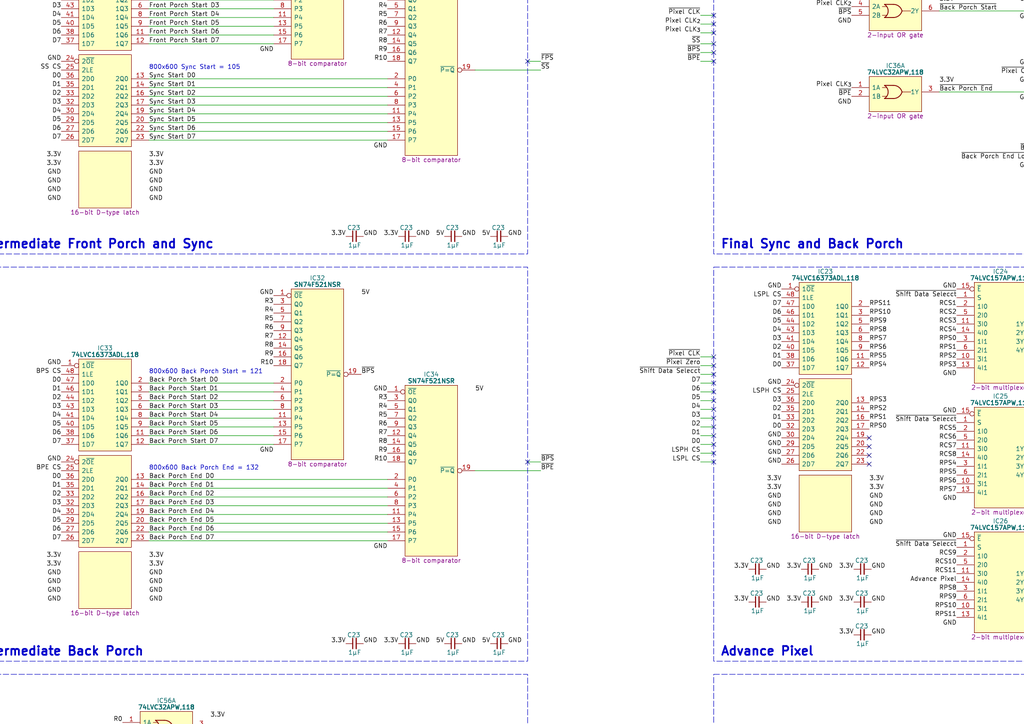
<source format=kicad_sch>
(kicad_sch (version 20230121) (generator eeschema)
  (paper "A4")
  (junction (at 452.12 157.48))
  (junction (at 257.175 249.555))
  (junction (at 257.175 266.065))
  (junction (at 481.33 157.48))
  (junction (at 480.695 267.335))
  (no_connect (at 477.52 162.56))
  (no_connect (at 153.035 348.615))
  (no_connect (at 207.01 126.365))
  (no_connect (at -8.255 227.33))
  (no_connect (at 153.035 133.985))
  (no_connect (at 207.01 9.525))
  (no_connect (at -8.255 121.285))
  (no_connect (at -8.255 224.79))
  (no_connect (at 252.095 132.08))
  (no_connect (at -8.255 -5.08))
  (no_connect (at 570.865 164.465))
  (no_connect (at 346.075 181.61))
  (no_connect (at -8.255 141.605))
  (no_connect (at 207.01 131.445))
  (no_connect (at 513.715 60.96))
  (no_connect (at 153.035 333.375))
  (no_connect (at -8.255 40.64))
  (no_connect (at -8.255 7.62))
  (no_connect (at -8.255 33.02))
  (no_connect (at -8.255 240.03))
  (no_connect (at -8.255 234.95))
  (no_connect (at 252.095 134.62))
  (no_connect (at -8.255 139.065))
  (no_connect (at -8.255 -2.54))
  (no_connect (at 368.3 8.255))
  (no_connect (at -8.255 20.32))
  (no_connect (at 153.035 335.915))
  (no_connect (at -8.255 126.365))
  (no_connect (at 571.5 180.34))
  (no_connect (at -8.255 229.87))
  (no_connect (at 207.01 116.205))
  (no_connect (at -8.255 116.205))
  (no_connect (at -8.255 242.57))
  (no_connect (at -8.255 222.25))
  (no_connect (at 153.035 338.455))
  (no_connect (at 527.05 160.02))
  (no_connect (at -8.255 146.685))
  (no_connect (at 207.01 103.505))
  (no_connect (at 207.01 128.905))
  (no_connect (at -8.255 35.56))
  (no_connect (at 252.095 127))
  (no_connect (at 207.01 15.24))
  (no_connect (at 207.01 133.985))
  (no_connect (at 153.035 346.075))
  (no_connect (at -8.255 149.225))
  (no_connect (at 346.075 176.53))
  (no_connect (at 207.01 17.78))
  (no_connect (at 513.715 -10.16))
  (no_connect (at 207.01 121.285))
  (no_connect (at 529.59 291.465))
  (no_connect (at -8.255 118.745))
  (no_connect (at 422.275 109.855))
  (no_connect (at 368.3 263.525))
  (no_connect (at 153.035 340.995))
  (no_connect (at -8.255 133.985))
  (no_connect (at -8.255 144.145))
  (no_connect (at 153.035 351.155))
  (no_connect (at 207.01 6.985))
  (no_connect (at -8.255 232.41))
  (no_connect (at 422.275 291.465))
  (no_connect (at -8.255 10.16))
  (no_connect (at -8.255 12.7))
  (no_connect (at 252.095 129.54))
  (no_connect (at -8.255 5.08))
  (no_connect (at -8.255 123.825))
  (no_connect (at -8.255 156.845))
  (no_connect (at 368.3 260.985))
  (no_connect (at 346.075 179.07))
  (no_connect (at -8.255 237.49))
  (no_connect (at 346.075 184.15))
  (no_connect (at -8.255 245.11))
  (no_connect (at -8.255 111.125))
  (no_connect (at 583.565 115.57))
  (no_connect (at 137.795 340.995))
  (no_connect (at 422.275 112.395))
  (no_connect (at -8.255 17.78))
  (no_connect (at -8.255 247.015))
  (no_connect (at 207.01 4.445))
  (no_connect (at 153.035 353.695))
  (no_connect (at -8.255 151.765))
  (no_connect (at 570.865 148.59))
  (no_connect (at -8.255 30.48))
  (no_connect (at 153.035 328.295))
  (no_connect (at 207.01 113.665))
  (no_connect (at 207.01 118.745))
  (no_connect (at 207.01 111.125))
  (no_connect (at -8.255 25.4))
  (no_connect (at 207.01 106.045))
  (no_connect (at -8.255 0))
  (no_connect (at -8.255 2.54))
  (no_connect (at 207.01 123.825))
  (no_connect (at -8.255 113.665))
  (no_connect (at 137.795 346.075))
  (no_connect (at 325.12 24.13))
  (no_connect (at 207.01 108.585))
  (no_connect (at 513.715 55.88))
  (no_connect (at -8.255 154.305))
  (no_connect (at -8.255 27.94))
  (no_connect (at 422.275 209.55))
  (no_connect (at 153.035 343.535))
  (no_connect (at -8.255 128.905))
  (no_connect (at 513.715 -12.7))
  (no_connect (at -8.255 136.525))
  (no_connect (at 153.035 330.835))
  (no_connect (at 153.035 17.78))
  (no_connect (at -8.255 38.1))
  (no_connect (at 207.01 12.7))
  (no_connect (at -8.255 22.86))
  (wire (pts (xy 587.375 110.49) (xy 541.655 110.49)))
  (wire (pts (xy -69.215 120.65) (xy -75.565 120.65)))
  (wire (pts (xy -108.585 158.75) (xy -102.235 158.75)))
  (wire (pts (xy -75.565 85.09) (xy -69.215 85.09)))
  (wire (pts (xy -69.215 110.49) (xy -75.565 110.49)))
  (wire (pts (xy 542.925 123.19) (xy 534.035 123.19)))
  (wire (pts (xy 587.375 50.8) (xy 513.715 50.8)))
  (wire (pts (xy 112.395 35.56) (xy 43.18 35.56)))
  (wire (pts (xy 60.96 228.6) (xy 66.04 228.6)))
  (wire (pts (xy -108.585 125.73) (xy -102.235 125.73)))
  (wire (pts (xy 587.375 105.41) (xy 508.635 105.41)))
  (wire (pts (xy -108.585 107.95) (xy -102.235 107.95)))
  (wire (pts (xy 320.675 104.14) (xy 310.515 104.14)))
  (wire (pts (xy -108.585 138.43) (xy -102.235 138.43)))
  (wire (pts (xy 450.85 44.45) (xy 488.315 44.45)))
  (wire (pts (xy 450.85 26.67) (xy 488.315 26.67)))
  (wire (pts (xy 203.2 121.285) (xy 207.01 121.285)))
  (wire (pts (xy -8.255 229.87) (xy -12.065 229.87)))
  (wire (pts (xy -8.255 139.065) (xy -12.065 139.065)))
  (wire (pts (xy 418.465 107.95) (xy 483.235 107.95)))
  (wire (pts (xy 418.465 92.71) (xy 483.235 92.71)))
  (wire (pts (xy 418.465 100.33) (xy 483.235 100.33)))
  (wire (pts (xy -8.255 20.32) (xy -12.065 20.32)))
  (wire (pts (xy -8.255 151.765) (xy -12.065 151.765)))
  (wire (pts (xy 498.475 229.87) (xy 516.255 229.87)))
  (wire (pts (xy 541.655 120.65) (xy 534.035 120.65)))
  (wire (pts (xy 436.88 157.48) (xy 436.88 162.56)))
  (wire (pts (xy -8.255 113.665) (xy -12.065 113.665)))
  (wire (pts (xy 79.375 10.16) (xy 43.18 10.16)))
  (wire (pts (xy -8.255 123.825) (xy -12.065 123.825)))
  (wire (pts (xy 583.565 115.57) (xy 587.375 115.57)))
  (wire (pts (xy 79.375 12.7) (xy 43.18 12.7)))
  (wire (pts (xy 320.675 106.68) (xy 311.785 106.68)))
  (wire (pts (xy 587.375 222.25) (xy 541.655 222.25)))
  (wire (pts (xy 314.325 111.76) (xy 314.325 137.795)))
  (wire (pts (xy 477.52 157.48) (xy 481.33 157.48)))
  (wire (pts (xy 272.415 3.175) (xy 299.72 3.175)))
  (wire (pts (xy 542.925 113.03) (xy 542.925 123.19)))
  (wire (pts (xy 112.395 40.64) (xy 43.18 40.64)))
  (wire (pts (xy 587.375 100.33) (xy 508.635 100.33)))
  (wire (pts (xy 587.375 229.87) (xy 541.655 229.87)))
  (wire (pts (xy 203.2 126.365) (xy 207.01 126.365)))
  (wire (pts (xy -69.215 148.59) (xy -75.565 148.59)))
  (wire (pts (xy 620.395 165.735) (xy 634.365 165.735)))
  (wire (pts (xy 302.895 96.52) (xy 320.675 96.52)))
  (wire (pts (xy -69.215 107.95) (xy -75.565 107.95)))
  (wire (pts (xy -8.255 116.205) (xy -12.065 116.205)))
  (wire (pts (xy 203.2 118.745) (xy 207.01 118.745)))
  (wire (pts (xy -8.255 121.285) (xy -12.065 121.285)))
  (wire (pts (xy 587.375 -17.78) (xy 513.715 -17.78)))
  (wire (pts (xy 207.01 17.78) (xy 203.2 17.78)))
  (wire (pts (xy -69.215 158.75) (xy -75.565 158.75)))
  (wire (pts (xy -69.215 105.41) (xy -75.565 105.41)))
  (wire (pts (xy -69.215 156.21) (xy -75.565 156.21)))
  (wire (pts (xy 257.175 239.395) (xy 257.175 249.555)))
  (wire (pts (xy -8.255 10.16) (xy -12.065 10.16)))
  (wire (pts (xy 257.175 266.065) (xy 257.175 249.555)))
  (wire (pts (xy -69.215 146.05) (xy -75.565 146.05)))
  (wire (pts (xy 112.395 139.065) (xy 43.18 139.065)))
  (wire (pts (xy 156.845 20.32) (xy 137.795 20.32)))
  (wire (pts (xy 79.375 123.825) (xy 43.18 123.825)))
  (wire (pts (xy -8.255 227.33) (xy -12.065 227.33)))
  (wire (pts (xy 302.895 101.6) (xy 320.675 101.6)))
  (wire (pts (xy 252.73 233.045) (xy 262.255 233.045)))
  (wire (pts (xy -8.255 7.62) (xy -12.065 7.62)))
  (wire (pts (xy -69.215 97.79) (xy -75.565 97.79)))
  (wire (pts (xy 504.19 288.925) (xy 480.695 288.925)))
  (wire (pts (xy 368.3 260.985) (xy 372.11 260.985)))
  (wire (pts (xy 96.52 261.62) (xy 97.79 261.62)))
  (wire (pts (xy -8.255 -5.08) (xy -12.065 -5.08)))
  (wire (pts (xy -69.215 125.73) (xy -75.565 125.73)))
  (wire (pts (xy 272.415 26.67) (xy 299.72 26.67)))
  (wire (pts (xy 418.465 28.575) (xy 449.58 28.575)))
  (wire (pts (xy 79.375 7.62) (xy 43.18 7.62)))
  (wire (pts (xy -8.255 222.25) (xy -12.065 222.25)))
  (wire (pts (xy 418.465 31.115) (xy 450.85 31.115)))
  (wire (pts (xy 587.375 102.87) (xy 508.635 102.87)))
  (wire (pts (xy -8.255 118.745) (xy -12.065 118.745)))
  (wire (pts (xy 203.2 128.905) (xy 207.01 128.905)))
  (wire (pts (xy -8.255 156.845) (xy -12.065 156.845)))
  (wire (pts (xy 587.375 45.72) (xy 513.715 45.72)))
  (wire (pts (xy 60.96 210.82) (xy 66.04 210.82)))
  (wire (pts (xy -8.255 234.95) (xy -12.065 234.95)))
  (wire (pts (xy -8.255 30.48) (xy -12.065 30.48)))
  (wire (pts (xy -69.215 128.27) (xy -75.565 128.27)))
  (wire (pts (xy 207.01 4.445) (xy 203.2 4.445)))
  (wire (pts (xy -108.585 92.71) (xy -102.235 92.71)))
  (wire (pts (xy 481.33 157.48) (xy 486.41 157.48)))
  (wire (pts (xy 112.395 27.94) (xy 43.18 27.94)))
  (wire (pts (xy -108.585 95.25) (xy -102.235 95.25)))
  (wire (pts (xy 313.055 135.255) (xy 302.895 135.255)))
  (wire (pts (xy -69.215 161.29) (xy -75.565 161.29)))
  (wire (pts (xy -69.215 113.03) (xy -75.565 113.03)))
  (wire (pts (xy 66.04 217.17) (xy 71.12 217.17)))
  (wire (pts (xy 587.375 214.63) (xy 541.655 214.63)))
  (wire (pts (xy 418.465 90.17) (xy 483.235 90.17)))
  (wire (pts (xy -69.215 100.33) (xy -75.565 100.33)))
  (wire (pts (xy -8.255 247.015) (xy -12.065 247.015)))
  (wire (pts (xy 368.3 263.525) (xy 372.11 263.525)))
  (wire (pts (xy 372.11 233.045) (xy 335.28 233.045)))
  (wire (pts (xy 203.2 239.395) (xy 247.65 239.395)))
  (wire (pts (xy -8.255 146.685) (xy -12.065 146.685)))
  (wire (pts (xy 203.2 103.505) (xy 207.01 103.505)))
  (wire (pts (xy 418.465 219.71) (xy 473.075 219.71)))
  (wire (pts (xy 587.375 113.03) (xy 542.925 113.03)))
  (wire (pts (xy -8.255 27.94) (xy -12.065 27.94)))
  (wire (pts (xy -8.255 0) (xy -12.065 0)))
  (wire (pts (xy 418.465 102.87) (xy 483.235 102.87)))
  (wire (pts (xy -108.585 123.19) (xy -102.235 123.19)))
  (wire (pts (xy -108.585 100.33) (xy -102.235 100.33)))
  (wire (pts (xy 60.96 266.7) (xy 97.79 266.7)))
  (wire (pts (xy 79.375 126.365) (xy 43.18 126.365)))
  (wire (pts (xy 436.88 162.56) (xy 438.15 162.56)))
  (wire (pts (xy -8.255 5.08) (xy -12.065 5.08)))
  (wire (pts (xy 262.255 282.575) (xy 257.175 282.575)))
  (wire (pts (xy 418.465 212.09) (xy 473.075 212.09)))
  (wire (pts (xy 418.465 291.465) (xy 422.275 291.465)))
  (wire (pts (xy 452.12 157.48) (xy 452.12 160.02)))
  (wire (pts (xy -8.255 141.605) (xy -12.065 141.605)))
  (wire (pts (xy 587.375 219.71) (xy 541.655 219.71)))
  (wire (pts (xy 203.2 123.825) (xy 207.01 123.825)))
  (wire (pts (xy 112.395 33.02) (xy 43.18 33.02)))
  (wire (pts (xy -108.585 143.51) (xy -102.235 143.51)))
  (wire (pts (xy 112.395 146.685) (xy 43.18 146.685)))
  (wire (pts (xy -108.585 161.29) (xy -102.235 161.29)))
  (wire (pts (xy 153.035 346.075) (xy 156.845 346.075)))
  (wire (pts (xy 153.035 328.295) (xy 156.845 328.295)))
  (wire (pts (xy -108.585 87.63) (xy -102.235 87.63)))
  (wire (pts (xy 342.265 21.59) (xy 325.12 21.59)))
  (wire (pts (xy 153.035 17.78) (xy 156.845 17.78)))
  (wire (pts (xy 302.895 171.45) (xy 320.675 171.45)))
  (wire (pts (xy 587.375 92.71) (xy 508.635 92.71)))
  (wire (pts (xy -69.215 140.97) (xy -75.565 140.97)))
  (wire (pts (xy 587.375 269.875) (xy 529.59 269.875)))
  (wire (pts (xy -8.255 133.985) (xy -12.065 133.985)))
  (wire (pts (xy -8.255 38.1) (xy -12.065 38.1)))
  (wire (pts (xy 418.465 105.41) (xy 483.235 105.41)))
  (wire (pts (xy -108.585 146.05) (xy -102.235 146.05)))
  (wire (pts (xy 587.375 217.17) (xy 541.655 217.17)))
  (wire (pts (xy 153.035 348.615) (xy 156.845 348.615)))
  (wire (pts (xy 153.035 333.375) (xy 156.845 333.375)))
  (wire (pts (xy 343.535 5.715) (xy 343.535 45.085)))
  (wire (pts (xy 418.465 -20.32) (xy 488.315 -20.32)))
  (wire (pts (xy 418.465 294.005) (xy 504.19 294.005)))
  (wire (pts (xy -108.585 130.81) (xy -102.235 130.81)))
  (wire (pts (xy 587.375 95.25) (xy 508.635 95.25)))
  (wire (pts (xy 156.845 136.525) (xy 137.795 136.525)))
  (wire (pts (xy 203.2 111.125) (xy 207.01 111.125)))
  (wire (pts (xy 203.2 133.985) (xy 207.01 133.985)))
  (wire (pts (xy 112.395 149.225) (xy 43.18 149.225)))
  (wire (pts (xy 449.58 49.53) (xy 488.315 49.53)))
  (wire (pts (xy 203.2 233.045) (xy 247.65 233.045)))
  (wire (pts (xy -108.585 110.49) (xy -102.235 110.49)))
  (wire (pts (xy 481.33 162.56) (xy 481.33 157.48)))
  (wire (pts (xy 418.465 222.25) (xy 473.075 222.25)))
  (wire (pts (xy 447.04 11.43) (xy 488.315 11.43)))
  (wire (pts (xy 587.375 22.86) (xy 513.715 22.86)))
  (wire (pts (xy 112.395 38.1) (xy 43.18 38.1)))
  (wire (pts (xy 418.465 227.33) (xy 473.075 227.33)))
  (wire (pts (xy -69.215 87.63) (xy -75.565 87.63)))
  (wire (pts (xy -8.255 242.57) (xy -12.065 242.57)))
  (wire (pts (xy 587.375 12.7) (xy 513.715 12.7)))
  (wire (pts (xy 79.375 121.285) (xy 43.18 121.285)))
  (wire (pts (xy -8.255 40.64) (xy -12.065 40.64)))
  (wire (pts (xy 587.375 107.95) (xy 508.635 107.95)))
  (wire (pts (xy -108.585 90.17) (xy -102.235 90.17)))
  (wire (pts (xy 293.37 282.575) (xy 287.655 282.575)))
  (wire (pts (xy 153.035 351.155) (xy 156.845 351.155)))
  (wire (pts (xy 418.465 232.41) (xy 473.075 232.41)))
  (wire (pts (xy -69.215 163.83) (xy -75.565 163.83)))
  (wire (pts (xy -69.215 153.67) (xy -75.565 153.67)))
  (wire (pts (xy -8.255 25.4) (xy -12.065 25.4)))
  (wire (pts (xy -108.585 120.65) (xy -102.235 120.65)))
  (wire (pts (xy -8.255 136.525) (xy -12.065 136.525)))
  (wire (pts (xy 79.375 111.125) (xy 43.18 111.125)))
  (wire (pts (xy 418.465 95.25) (xy 483.235 95.25)))
  (wire (pts (xy 368.3 8.255) (xy 372.11 8.255)))
  (wire (pts (xy -108.585 163.83) (xy -102.235 163.83)))
  (wire (pts (xy -8.255 33.02) (xy -12.065 33.02)))
  (wire (pts (xy -69.215 90.17) (xy -75.565 90.17)))
  (wire (pts (xy 372.11 136.525) (xy 356.235 136.525)))
  (wire (pts (xy 302.895 173.99) (xy 320.675 173.99)))
  (wire (pts (xy -108.585 148.59) (xy -102.235 148.59)))
  (wire (pts (xy -108.585 115.57) (xy -102.235 115.57)))
  (wire (pts (xy 241.3 339.725) (xy 247.015 339.725)))
  (wire (pts (xy 541.655 110.49) (xy 541.655 120.65)))
  (wire (pts (xy 287.655 249.555) (xy 309.88 249.555)))
  (wire (pts (xy -69.215 151.13) (xy -75.565 151.13)))
  (wire (pts (xy 448.31 16.51) (xy 488.315 16.51)))
  (wire (pts (xy 203.2 108.585) (xy 207.01 108.585)))
  (wire (pts (xy 79.375 128.905) (xy 43.18 128.905)))
  (wire (pts (xy 112.395 30.48) (xy 43.18 30.48)))
  (wire (pts (xy -12.065 325.755) (xy 18.415 325.755)))
  (wire (pts (xy 313.055 109.22) (xy 313.055 135.255)))
  (wire (pts (xy -8.255 237.49) (xy -12.065 237.49)))
  (wire (pts (xy -108.585 113.03) (xy -102.235 113.03)))
  (wire (pts (xy 66.04 219.71) (xy 71.12 219.71)))
  (wire (pts (xy 498.475 224.79) (xy 516.255 224.79)))
  (wire (pts (xy -69.215 130.81) (xy -75.565 130.81)))
  (wire (pts (xy 587.375 267.335) (xy 529.59 267.335)))
  (wire (pts (xy -108.585 105.41) (xy -102.235 105.41)))
  (wire (pts (xy -69.215 102.87) (xy -75.565 102.87)))
  (wire (pts (xy 418.465 266.065) (xy 455.295 266.065)))
  (wire (pts (xy 450.85 33.655) (xy 450.85 44.45)))
  (wire (pts (xy 153.035 343.535) (xy 156.845 343.535)))
  (wire (pts (xy 480.695 267.335) (xy 504.19 267.335)))
  (wire (pts (xy 587.375 -15.24) (xy 513.715 -15.24)))
  (wire (pts (xy 293.37 268.605) (xy 293.37 282.575)))
  (wire (pts (xy 418.465 109.855) (xy 422.275 109.855)))
  (wire (pts (xy 281.94 -19.05) (xy 281.94 -1.905)))
  (wire (pts (xy 587.375 -20.32) (xy 513.715 -20.32)))
  (wire (pts (xy 498.475 232.41) (xy 516.255 232.41)))
  (wire (pts (xy 587.375 224.79) (xy 541.655 224.79)))
  (wire (pts (xy 281.94 -1.905) (xy 299.72 -1.905)))
  (wire (pts (xy -8.255 35.56) (xy -12.065 35.56)))
  (wire (pts (xy -108.585 118.11) (xy -102.235 118.11)))
  (wire (pts (xy 449.58 36.195) (xy 449.58 49.53)))
  (wire (pts (xy -108.585 135.89) (xy -102.235 135.89)))
  (wire (pts (xy 302.895 166.37) (xy 320.675 166.37)))
  (wire (pts (xy -8.255 245.11) (xy -12.065 245.11)))
  (wire (pts (xy 153.035 330.835) (xy 156.845 330.835)))
  (wire (pts (xy 342.265 3.175) (xy 342.265 21.59)))
  (wire (pts (xy -8.255 111.125) (xy -12.065 111.125)))
  (wire (pts (xy 418.465 224.79) (xy 473.075 224.79)))
  (wire (pts (xy 372.11 249.555) (xy 335.28 249.555)))
  (wire (pts (xy 287.655 233.045) (xy 309.88 233.045)))
  (wire (pts (xy 203.2 113.665) (xy 207.01 113.665)))
  (wire (pts (xy 79.375 0) (xy 43.18 0)))
  (wire (pts (xy 90.805 346.075) (xy 112.395 346.075)))
  (wire (pts (xy 372.11 266.065) (xy 287.655 266.065)))
  (wire (pts (xy 343.535 45.085) (xy 325.12 45.085)))
  (wire (pts (xy -108.585 128.27) (xy -102.235 128.27)))
  (wire (pts (xy 418.465 268.605) (xy 455.295 268.605)))
  (wire (pts (xy -108.585 151.13) (xy -102.235 151.13)))
  (wire (pts (xy 153.035 335.915) (xy 156.845 335.915)))
  (wire (pts (xy 153.035 353.695) (xy 156.845 353.695)))
  (wire (pts (xy 112.395 144.145) (xy 43.18 144.145)))
  (wire (pts (xy 320.675 109.22) (xy 313.055 109.22)))
  (wire (pts (xy 587.375 288.925) (xy 529.59 288.925)))
  (wire (pts (xy 79.375 113.665) (xy 43.18 113.665)))
  (wire (pts (xy 372.11 3.175) (xy 342.265 3.175)))
  (wire (pts (xy 372.11 0.635) (xy 325.12 0.635)))
  (wire (pts (xy 587.375 -25.4) (xy 513.715 -25.4)))
  (wire (pts (xy 498.475 227.33) (xy 516.255 227.33)))
  (wire (pts (xy 498.475 214.63) (xy 516.255 214.63)))
  (wire (pts (xy 418.465 112.395) (xy 422.275 112.395)))
  (wire (pts (xy 112.395 25.4) (xy 43.18 25.4)))
  (wire (pts (xy 112.395 156.845) (xy 43.18 156.845)))
  (wire (pts (xy 418.465 26.035) (xy 448.31 26.035)))
  (wire (pts (xy -69.215 92.71) (xy -75.565 92.71)))
  (wire (pts (xy 311.785 106.68) (xy 311.785 132.715)))
  (wire (pts (xy 153.035 338.455) (xy 156.845 338.455)))
  (wire (pts (xy 287.655 339.725) (xy 272.415 339.725)))
  (wire (pts (xy -69.215 118.11) (xy -75.565 118.11)))
  (wire (pts (xy -108.585 140.97) (xy -102.235 140.97)))
  (wire (pts (xy -8.255 128.905) (xy -12.065 128.905)))
  (wire (pts (xy 447.04 23.495) (xy 447.04 11.43)))
  (wire (pts (xy 313.055 338.455) (xy 372.11 338.455)))
  (wire (pts (xy 43.815 346.075) (xy 65.405 346.075)))
  (wire (pts (xy 418.465 -17.78) (xy 488.315 -17.78)))
  (wire (pts (xy 498.475 217.17) (xy 516.255 217.17)))
  (wire (pts (xy 207.01 6.985) (xy 203.2 6.985)))
  (wire (pts (xy -108.585 153.67) (xy -102.235 153.67)))
  (wire (pts (xy 418.465 97.79) (xy 483.235 97.79)))
  (wire (pts (xy -8.255 154.305) (xy -12.065 154.305)))
  (wire (pts (xy 418.465 23.495) (xy 447.04 23.495)))
  (wire (pts (xy 418.465 214.63) (xy 473.075 214.63)))
  (wire (pts (xy -8.255 232.41) (xy -12.065 232.41)))
  (wire (pts (xy -69.215 123.19) (xy -75.565 123.19)))
  (wire (pts (xy 203.2 116.205) (xy 207.01 116.205)))
  (wire (pts (xy 112.395 141.605) (xy 43.18 141.605)))
  (wire (pts (xy 418.465 -25.4) (xy 488.315 -25.4)))
  (wire (pts (xy 418.465 209.55) (xy 422.275 209.55)))
  (wire (pts (xy 587.375 97.79) (xy 508.635 97.79)))
  (wire (pts (xy 79.375 118.745) (xy 43.18 118.745)))
  (wire (pts (xy 372.11 -1.905) (xy 325.12 -1.905)))
  (wire (pts (xy 498.475 219.71) (xy 516.255 219.71)))
  (wire (pts (xy 79.375 -2.54) (xy 43.18 -2.54)))
  (wire (pts (xy 79.375 2.54) (xy 43.18 2.54)))
  (wire (pts (xy 203.2 131.445) (xy 207.01 131.445)))
  (wire (pts (xy 203.2 106.045) (xy 207.01 106.045)))
  (wire (pts (xy -8.255 224.79) (xy -12.065 224.79)))
  (wire (pts (xy -8.255 126.365) (xy -12.065 126.365)))
  (wire (pts (xy 320.675 111.76) (xy 314.325 111.76)))
  (wire (pts (xy 112.395 22.86) (xy 43.18 22.86)))
  (wire (pts (xy 372.11 268.605) (xy 293.37 268.605)))
  (wire (pts (xy -69.215 95.25) (xy -75.565 95.25)))
  (wire (pts (xy 262.255 266.065) (xy 257.175 266.065)))
  (wire (pts (xy 418.465 -15.24) (xy 488.315 -15.24)))
  (wire (pts (xy 418.465 36.195) (xy 449.58 36.195)))
  (wire (pts (xy 498.475 222.25) (xy 516.255 222.25)))
  (wire (pts (xy -8.255 240.03) (xy -12.065 240.03)))
  (wire (pts (xy 79.375 -5.08) (xy 43.18 -5.08)))
  (wire (pts (xy -108.585 133.35) (xy -102.235 133.35)))
  (wire (pts (xy 449.58 21.59) (xy 488.315 21.59)))
  (wire (pts (xy 587.375 27.94) (xy 513.715 27.94)))
  (wire (pts (xy 257.175 282.575) (xy 257.175 266.065)))
  (wire (pts (xy -108.585 156.21) (xy -102.235 156.21)))
  (wire (pts (xy 449.58 28.575) (xy 449.58 21.59)))
  (wire (pts (xy -69.215 115.57) (xy -75.565 115.57)))
  (wire (pts (xy 207.01 9.525) (xy 203.2 9.525)))
  (wire (pts (xy 66.04 210.82) (xy 66.04 217.17)))
  (wire (pts (xy 448.31 26.035) (xy 448.31 16.51)))
  (wire (pts (xy 310.515 104.14) (xy 310.515 130.175)))
  (wire (pts (xy -8.255 -2.54) (xy -12.065 -2.54)))
  (wire (pts (xy 203.2 339.725) (xy 236.22 339.725)))
  (wire (pts (xy 314.325 137.795) (xy 302.895 137.795)))
  (wire (pts (xy 302.895 93.98) (xy 320.675 93.98)))
  (wire (pts (xy 587.375 232.41) (xy 541.655 232.41)))
  (wire (pts (xy 153.035 133.985) (xy 156.845 133.985)))
  (wire (pts (xy 112.395 151.765) (xy 43.18 151.765)))
  (wire (pts (xy 207.01 12.7) (xy 203.2 12.7)))
  (wire (pts (xy 418.465 229.87) (xy 473.075 229.87)))
  (wire (pts (xy 418.465 -30.48) (xy 488.315 -30.48)))
  (wire (pts (xy 436.88 157.48) (xy 452.12 157.48)))
  (wire (pts (xy 79.375 5.08) (xy 43.18 5.08)))
  (wire (pts (xy 418.465 -27.94) (xy 488.315 -27.94)))
  (wire (pts (xy 96.52 218.44) (xy 96.52 261.62)))
  (wire (pts (xy -69.215 143.51) (xy -75.565 143.51)))
  (wire (pts (xy 257.175 249.555) (xy 262.255 249.555)))
  (wire (pts (xy -8.255 17.78) (xy -12.065 17.78)))
  (wire (pts (xy -69.215 133.35) (xy -75.565 133.35)))
  (wire (pts (xy 153.035 340.995) (xy 156.845 340.995)))
  (wire (pts (xy 587.375 17.78) (xy 513.715 17.78)))
  (wire (pts (xy 587.375 -27.94) (xy 513.715 -27.94)))
  (wire (pts (xy 310.515 130.175) (xy 302.895 130.175)))
  (wire (pts (xy -8.255 22.86) (xy -12.065 22.86)))
  (wire (pts (xy 587.375 -22.86) (xy 513.715 -22.86)))
  (wire (pts (xy 372.11 5.715) (xy 343.535 5.715)))
  (wire (pts (xy 302.895 99.06) (xy 320.675 99.06)))
  (wire (pts (xy 207.01 15.24) (xy 203.2 15.24)))
  (wire (pts (xy -8.255 149.225) (xy -12.065 149.225)))
  (wire (pts (xy 252.73 239.395) (xy 257.175 239.395)))
  (wire (pts (xy -12.065 330.835) (xy 18.415 330.835)))
  (wire (pts (xy -8.255 12.7) (xy -12.065 12.7)))
  (wire (pts (xy 302.895 168.91) (xy 320.675 168.91)))
  (wire (pts (xy -8.255 144.145) (xy -12.065 144.145)))
  (wire (pts (xy -108.585 97.79) (xy -102.235 97.79)))
  (wire (pts (xy 587.375 227.33) (xy 541.655 227.33)))
  (wire (pts (xy -69.215 138.43) (xy -75.565 138.43)))
  (wire (pts (xy 112.395 154.305) (xy 43.18 154.305)))
  (wire (pts (xy 587.375 90.17) (xy 508.635 90.17)))
  (wire (pts (xy 418.465 217.17) (xy 473.075 217.17)))
  (wire (pts (xy 156.845 264.16) (xy 123.19 264.16)))
  (wire (pts (xy 480.695 288.925) (xy 480.695 267.335)))
  (wire (pts (xy 450.85 31.115) (xy 450.85 26.67)))
  (wire (pts (xy -69.215 135.89) (xy -75.565 135.89)))
  (wire (pts (xy 272.415 -19.05) (xy 281.94 -19.05)))
  (wire (pts (xy -108.585 102.87) (xy -102.235 102.87)))
  (wire (pts (xy 418.465 33.655) (xy 450.85 33.655)))
  (wire (pts (xy -108.585 85.09) (xy -102.235 85.09)))
  (wire (pts (xy -8.255 2.54) (xy -12.065 2.54)))
  (wire (pts (xy 66.04 228.6) (xy 66.04 219.71)))
  (wire (pts (xy 311.785 132.715) (xy 302.895 132.715)))
  (wire (pts (xy 79.375 116.205) (xy 43.18 116.205)))
  (rectangle (start 422.275 -40.64) (end 583.565 73.66) (stroke (width 0) (type dash)))
  (rectangle (start -8.255 313.69) (end 153.035 368.935) (stroke (width 0) (type dash)))
  (rectangle (start 422.275 196.215) (end 583.565 251.46) (stroke (width 0) (type dash)))
  (rectangle (start -8.255 195.58) (end 153.035 309.88) (stroke (width 0) (type dash)))
  (rectangle (start -8.255 77.47) (end 153.035 191.77) (stroke (width 0) (type dash)))
  (rectangle (start 422.275 136.525) (end 583.565 191.77) (stroke (width 0) (type dash)))
  (rectangle (start 422.275 77.47) (end 583.565 132.715) (stroke (width 0) (type dash)))
  (rectangle (start 207.01 195.58) (end 368.3 309.88) (stroke (width 0) (type dash)))
  (rectangle (start 207.01 313.69) (end 368.3 368.935) (stroke (width 0) (type dash)))
  (rectangle (start 207.01 -40.64) (end 368.3 73.66) (stroke (width 0) (type dash)))
  (rectangle (start -8.255 -40.64) (end 153.035 73.66) (stroke (width 0) (type dash)))
  (rectangle (start 422.275 255.27) (end 583.565 310.515) (stroke (width 0) (type dash)))
  (rectangle (start 207.01 77.47) (end 368.3 191.77) (stroke (width 0) (type dash)))
  (text "Counter Reset" (at 209.55 365.76 0) (effects (font (size 2.54 2.54) (thickness 0.508) bold) (justify left bottom)))
  (text "Power and Spares" (at 424.815 188.595 0) (effects (font (size 2.54 2.54) (thickness 0.508) bold) (justify left bottom)))
  (text "Final Sync and Back Porch" (at 208.915 72.39 0) (effects (font (size 2.54 2.54) (thickness 0.508) bold) (justify left bottom)))
  (text "Device Select" (at 424.18 72.39 0) (effects (font (size 2.54 2.54) (thickness 0.508) bold) (justify left bottom)))
  (text "Row Pixel Position" (at -5.715 365.76 0) (effects (font (size 2.54 2.54) (thickness 0.508) bold) (justify left bottom)))
  (text "Output Signals" (at 424.815 248.285 0) (effects (font (size 2.54 2.54) (thickness 0.508) bold) (justify left bottom)))
  (text "Advance Pixel" (at 208.915 190.5 0) (effects (font (size 2.54 2.54) (thickness 0.508) bold) (justify left bottom)))
  (text "800x600 Back Porch End = 132" (at 43.18 136.525 0) (effects (font (size 1.27 1.27)) (justify left bottom)))
  (text "800x600 Front Porch Start = 100" (at 43.18 -7.62 0) (effects (font (size 1.27 1.27)) (justify left bottom)))
  (text "800x600 Sync Start = 105" (at 43.18 20.32 0) (effects (font (size 1.27 1.27)) (justify left bottom)))
  (text "Horizontal Blank and Advance Row" (at 424.815 307.34 0) (effects (font (size 2.54 2.54) (thickness 0.508) bold) (justify left bottom)))
  (text "Input Signals" (at 424.815 129.54 0) (effects (font (size 2.54 2.54) (thickness 0.508) bold) (justify left bottom)))
  (text "Pixel Clock" (at 208.915 308.61 0) (effects (font (size 2.54 2.54) (thickness 0.508) bold) (justify left bottom)))
  (text "800x600 Back Porch Start = 121" (at 43.18 108.585 0) (effects (font (size 1.27 1.27)) (justify left bottom)))
  (text "Intermediate Front Porch and Sync" (at -6.35 72.39 0) (effects (font (size 2.54 2.54) (thickness 0.508) bold) (justify left bottom)))
  (text "First Pixel" (at -6.35 308.61 0) (effects (font (size 2.54 2.54) (thickness 0.508) bold) (justify left bottom)))
  (text "Intermediate Back Porch" (at -6.35 190.5 0) (effects (font (size 2.54 2.54) (thickness 0.508) bold) (justify left bottom)))
  (label "R6" (at 112.395 7.62 180))
  (label "RCS8" (at 277.495 132.715 180))
  (label "5V" (at -69.215 158.75 0))
  (label "R5" (at 35.56 251.46 180))
  (label "D6" (at 587.375 92.71 0))
  (label "R7" (at 112.395 10.16 180))
  (label "Q..D1" (at 498.475 229.87 0))
  (label "R6" (at 90.805 338.455 0))
  (label "~{Pixel CLK_{Early}}" (at -108.585 125.73 180) (effects (font italic)))
  (label "Pixel CLK_{2}" (at 247.015 1.905 180))
  (label "3.3V" (at 540.385 68.58 180))
  (label "GND" (at 112.395 159.385 180))
  (label "5V" (at 104.775 85.725 0))
  (label "5V" (at 436.88 157.48 180))
  (label "Load Shift Pattern High ~{CS}" (at 418.465 26.035 180))
  (label "R3" (at 35.56 246.38 180))
  (label "3.3V" (at 570.865 161.925 0))
  (label "RPS7" (at 277.495 142.875 180))
  (label "R2" (at 156.845 333.375 0))
  (label "D6_{IN}" (at 418.465 92.71 180))
  (label "R4" (at 112.395 118.745 180))
  (label "GND" (at 18.415 348.615 180))
  (label "3.3V" (at 543.56 127.635 180))
  (label "RPS0" (at 277.495 99.06 180))
  (label "Pixel CLK_{3}" (at 247.015 25.4 180))
  (label "3.3V" (at 115.57 68.58 180))
  (label "R3" (at -12.065 111.125 180))
  (label "D1" (at 226.695 121.92 180))
  (label "~{Pixel CLK}" (at 320.675 163.83 180))
  (label "5V" (at 483.235 87.63 180))
  (label "GND" (at 277.495 156.21 180))
  (label "R8" (at 112.395 12.7 180))
  (label "GND" (at 252.095 147.32 0))
  (label "RPS5" (at 277.495 137.795 180))
  (label "GND" (at 35.56 287.02 180))
  (label "~{BPS}" (at 247.015 4.445 180))
  (label "R5" (at -12.065 234.95 180))
  (label "~{WD}" (at 488.315 19.05 180))
  (label "~{Pixel Zero}" (at 203.2 106.045 180))
  (label "Back Porch Start D1" (at 43.18 113.665 0))
  (label "GND" (at 483.235 110.49 180))
  (label "Pixel CLK_{Early}" (at 516.255 212.09 180))
  (label "3.3V" (at 340.995 363.855 180))
  (label "Front Porch Start D3" (at 43.18 2.54 0))
  (label "3.3V" (at 480.695 264.795 0))
  (label "Horizontal Blank _{OUT}" (at -69.215 115.57 0))
  (label "GND" (at 35.56 269.24 180))
  (label "3.3V" (at 571.5 177.8 0))
  (label "GND" (at -69.215 140.97 0))
  (label "R3" (at -12.065 -5.08 180))
  (label "D1" (at 587.375 105.41 0))
  (label "D5" (at 17.78 151.765 180))
  (label "GND" (at 17.78 167.005 180))
  (label "D1" (at 17.78 113.665 180))
  (label "3.3V" (at 247.65 184.15 180))
  (label "~{Counter Reset}" (at 65.405 325.755 180))
  (label "5V" (at 137.795 -2.54 0))
  (label "GND" (at 504.19 274.955 180))
  (label "GND" (at 79.375 15.24 180))
  (label "D7" (at -12.065 156.845 180))
  (label "3.3V" (at 252.095 142.24 0))
  (label "RPS6" (at 252.095 101.6 0))
  (label "~{Horizontal Sync} _{OUT}" (at -69.215 102.87 0))
  (label "3.3V" (at 247.65 174.625 180))
  (label "TC_{0123}" (at 44.45 346.075 0))
  (label "GND" (at 226.695 147.32 180))
  (label "3.3V" (at 75.565 232.41 180))
  (label "Q..D0" (at 498.475 232.41 0))
  (label "D0" (at 17.78 111.125 180))
  (label "~{Pixel CLK}" (at 203.2 103.505 180))
  (label "GND" (at 120.65 68.58 0))
  (label "Front Porch Start D0" (at 43.18 -5.08 0))
  (label "D3" (at 17.78 146.685 180))
  (label "R10" (at 112.395 17.78 180))
  (label "3.3V" (at 17.78 161.925 180))
  (label "GND" (at 262.255 252.095 180))
  (label "GND" (at 488.315 54.61 180))
  (label "3.3V" (at 357.505 68.58 180))
  (label "GND" (at 299.72 -4.445 180))
  (label "BPE CS" (at -12.065 136.525 180))
  (label "GND" (at 488.315 -10.16 180))
  (label "Device CS3" (at -108.585 100.33 180))
  (label "3.3V" (at 357.505 304.8 180))
  (label "~{Pixel CLK}_{OUT}" (at 372.11 249.555 0))
  (label "Back Porch Start D6" (at 43.18 126.365 0))
  (label "RPS7" (at 252.095 99.06 0))
  (label "R1" (at -12.065 224.79 180))
  (label "~{Pixel Zero}" (at 330.835 135.255 180))
  (label "GND" (at 277.495 109.22 180))
  (label "GND" (at 546.1 182.88 180))
  (label "5V" (at 104.775 -30.48 0))
  (label "D3" (at -12.065 30.48 180))
  (label "D4" (at -12.065 33.02 180))
  (label "D5" (at 203.2 116.205 180))
  (label "R5" (at 112.395 5.08 180))
  (label "3.3V" (at 252.095 139.7 0))
  (label "GND" (at 17.78 169.545 180))
  (label "GND" (at 309.88 252.095 180))
  (label "GND" (at 43.18 58.42 0))
  (label "Advance Pixel _{OUT}" (at -69.215 110.49 0))
  (label "FPS CS" (at -12.065 17.78 180))
  (label "Horizontal Blank" (at 587.375 267.335 0))
  (label "R10" (at -12.065 12.7 180))
  (label "GND" (at 35.56 214.63 180))
  (label "Pixel CLK_{2}" (at 203.2 6.985 180))
  (label "~{Pixel CLK}_{OUT}" (at -108.585 133.35 180))
  (label "GND" (at 79.375 131.445 180))
  (label "D0" (at 226.695 106.68 180))
  (label "5V" (at 60.96 243.84 0))
  (label "D7" (at 17.78 40.64 180))
  (label "GND" (at 79.375 -30.48 180))
  (label "D4_{IN}" (at 418.465 97.79 180))
  (label "RPS6" (at 277.495 140.335 180))
  (label "D4" (at 17.78 33.02 180))
  (label "3.3V" (at 217.17 165.1 180))
  (label "Advance Pixel" (at 372.11 136.525 0))
  (label "R5" (at -12.065 0 180))
  (label "~{BPE}" (at 203.2 17.78 180))
  (label "RCS2" (at 277.495 91.44 180))
  (label "3.3V" (at 620.395 163.195 0))
  (label "GND" (at 18.415 340.995 180))
  (label "R8" (at -12.065 123.825 180))
  (label "~{Back Porch End Long}" (at 418.465 232.41 180))
  (label "~{BPE}" (at 299.72 43.815 180))
  (label "GND" (at 65.405 348.615 180))
  (label "GND" (at 97.79 269.24 180))
  (label "3.3V" (at 43.18 161.925 0))
  (label "GND" (at 545.465 68.58 0))
  (label "~{Shift Data Selecct}" (at 277.495 158.75 180))
  (label "LSPL CS" (at 226.695 86.36 180))
  (label "GND" (at 505.46 303.53 0))
  (label "3.3V" (at 43.18 48.26 0))
  (label "Back Porch End D6" (at 43.18 154.305 0))
  (label "D7_{IN}" (at 418.465 90.17 180))
  (label "GND" (at 112.395 348.615 180))
  (label "~{SS}" (at 203.2 12.7 180))
  (label "3.3V" (at 17.78 164.465 180))
  (label "GND" (at -108.585 140.97 180))
  (label "GND" (at 262.255 268.605 180))
  (label "GND" (at 96.52 276.225 0))
  (label "GND" (at 516.255 234.95 180))
  (label "3.3V" (at 335.28 230.505 0))
  (label "R9" (at 112.395 15.24 180))
  (label "3.3V" (at 272.415 337.185 0))
  (label "R4" (at 79.375 90.805 180))
  (label "Device ~{CS2}" (at -108.585 97.79 180))
  (label "~{WD}" (at 488.315 13.97 180))
  (label "GND" (at 488.315 64.77 180))
  (label "D6" (at 17.78 154.305 180))
  (label "3.3V" (at 43.18 45.72 0))
  (label "GND" (at 299.72 48.895 180))
  (label "3.3V" (at 137.795 325.755 0))
  (label "Advance Pixel" (at 418.465 219.71 180))
  (label "~{BPE}" (at 156.845 136.525 0))
  (label "GND" (at 65.405 335.915 180))
  (label "RCS7" (at 346.075 111.76 0))
  (label "A2" (at 418.465 -20.32 180))
  (label "3.3V" (at 287.655 280.035 0))
  (label "RPS10" (at 277.495 176.53 180))
  (label "D3" (at 17.78 118.745 180))
  (label "R3" (at 79.375 -27.94 180))
  (label "3.3V" (at 232.41 174.625 180))
  (label "5V" (at 556.895 127.635 180))
  (label "3.3V" (at 659.765 163.195 0))
  (label "~{Pixel CLK}" (at 299.72 21.59 180))
  (label "Load Sync Start ~{CS}" (at 418.465 31.115 180))
  (label "D0" (at 17.78 139.065 180))
  (label "A2" (at -108.585 85.09 180))
  (label "D4" (at 587.375 97.79 0))
  (label "~{Pixel Zero}" (at 418.465 227.33 180))
  (label "D6_{IN}" (at -108.585 146.05 180))
  (label "R7" (at -12.065 121.285 180))
  (label "RPS11" (at 252.095 88.9 0))
  (label "R5" (at 112.395 121.285 180))
  (label "D7" (at 587.375 90.17 0))
  (label "R3" (at 112.395 116.205 180))
  (label "~{Back Porch End}" (at 504.19 272.415 180))
  (label "3.3V" (at 287.655 247.015 0))
  (label "3.3V" (at 486.41 157.48 0))
  (label "TC_{4567}" (at 91.44 346.075 0))
  (label "GND" (at 226.695 132.08 180))
  (label "R8" (at -12.065 7.62 180))
  (label "Pixel CLK_{1}" (at 287.655 249.555 0))
  (label "RCS3" (at 346.075 101.6 0))
  (label "R10" (at 137.795 338.455 0))
  (label "D0" (at -12.065 139.065 180))
  (label "GND" (at 252.095 144.78 0))
  (label "Device CS3" (at 418.465 -25.4 180))
  (label "RPS1" (at 277.495 101.6 180))
  (label "SS CS" (at 587.375 27.94 0))
  (label "RPS10" (at 252.095 91.44 0))
  (label "~{Pixel CLK}" (at 372.11 260.985 0))
  (label "D2" (at 226.695 119.38 180))
  (label "Device ~{CS1}" (at -108.585 95.25 180))
  (label "RCS11" (at 277.495 166.37 180))
  (label "D6" (at 203.2 113.665 180))
  (label "~{Shift Data Selecct}" (at 277.495 122.555 180))
  (label "GND" (at 473.075 234.95 180))
  (label "R7" (at 35.56 256.54 180))
  (label "Front Porch Start D4" (at 43.18 5.08 0))
  (label "3.3V" (at 572.135 127.635 180))
  (label "3.3V" (at 65.405 328.295 180))
  (label "R0" (at -12.065 222.25 180))
  (label "D2" (at -12.065 27.94 180))
  (label "GND" (at 71.12 222.25 180))
  (label "D3_{IN}" (at -108.585 153.67 180))
  (label "RCS1" (at 346.075 96.52 0))
  (label "~{Back Porch Start}" (at 272.415 3.175 0))
  (label "5V" (at -108.585 90.17 180))
  (label "~{WD}" (at 488.315 52.07 180))
  (label "Sync Start D3" (at 43.18 30.48 0))
  (label "RPS3" (at 277.495 106.68 180))
  (label "R7" (at 79.375 -17.78 180))
  (label "~{Counter Reset}" (at -12.065 325.755 180))
  (label "RPS9" (at 277.495 173.99 180))
  (label "Pixel CLK_{1}" (at 112.395 330.835 180))
  (label "D7" (at 17.78 156.845 180))
  (label "D1_{IN}" (at 418.465 105.41 180))
  (label "Load Back Porch End ~{CS}" (at 418.465 36.195 180))
  (label "Horizontal Sync _{OUT}" (at 587.375 222.25 0))
  (label "GND" (at 561.34 68.58 0))
  (label "RCS9" (at 277.495 161.29 180))
  (label "Advance Row _{OUT}" (at -69.215 97.79 0))
  (label "Q..D5" (at 498.475 219.71 0))
  (label "D7" (at 17.78 12.7 180))
  (label "D0" (at 17.78 22.86 180))
  (label "R6" (at 156.845 343.535 0))
  (label "~{WD}" (at 488.315 46.99 180))
  (label "Load Front Porch Start ~{CS}" (at 418.465 28.575 180))
  (label "3.3V" (at 91.44 276.225 180))
  (label "Device ~{CS2}" (at 418.465 -27.94 180))
  (label "Pixel CLK_{3}" (at 203.2 9.525 180))
  (label "GND" (at 252.095 149.86 0))
  (label "GND" (at 18.415 333.375 180))
  (label "GND" (at 43.18 53.34 0))
  (label "~{Pixel CLK_{Early}}" (at 587.375 113.03 0))
  (label "D3" (at 203.2 121.285 180))
  (label "R9" (at -12.065 126.365 180))
  (label "R3" (at -12.065 229.87 180))
  (label "D2" (at 17.78 27.94 180))
  (label "5V" (at 137.795 113.665 0))
  (label "~{Counter Reset}" (at 112.395 325.755 180))
  (label "R5" (at 156.845 340.995 0))
  (label "R0" (at 35.56 209.55 180))
  (label "R10" (at 35.56 264.16 180))
  (label "Back Porch Start D7" (at 43.18 128.905 0))
  (label "GND" (at 516.255 209.55 180))
  (label "5V" (at 128.905 68.58 180))
  (label "Advance Row" (at 418.465 229.87 180))
  (label "GND" (at 226.695 127 180))
  (label "Pixel CLK_{2}" (at 418.465 266.065 180))
  (label "3.3V" (at 111.125 363.855 180))
  (label "GND" (at 262.255 285.115 180))
  (label "D2" (at 17.78 144.145 180))
  (label "3.3V" (at 17.78 45.72 180))
  (label "~{WD}_{IN}" (at 418.465 112.395 180))
  (label "GND" (at 320.675 186.69 180))
  (label "GND" (at 17.78 53.34 180))
  (label "D1" (at 17.78 25.4 180))
  (label "BPS CS" (at 17.78 108.585 180))
  (label "GND" (at 35.56 276.86 180))
  (label "Back Porch Start D4" (at 43.18 121.285 0))
  (label "R9" (at 35.56 261.62 180))
  (label "3.3V" (at 272.415 24.13 0))
  (label "R2" (at 43.815 338.455 0))
  (label "BPS CS" (at 587.375 45.72 0))
  (label "Pixel CLK_{OUT}" (at -108.585 130.81 180))
  (label "R9" (at -12.065 245.11 180))
  (label "3.3V" (at 217.17 174.625 180))
  (label "GND" (at 226.695 83.82 180))
  (label "R4" (at 90.805 333.375 0))
  (label "D1" (at 226.695 104.14 180))
  (label "3.3V" (at 18.415 346.075 180))
  (label "~{FPS}" (at 418.465 268.605 180))
  (label "~{BPS}" (at 156.845 133.985 0))
  (label "GND" (at 35.56 284.48 180))
  (label "Pixel CLK_{2}" (at 247.015 -20.32 180))
  (label "Back Porch End D4" (at 43.18 149.225 0))
  (label "Load Back Porch End ~{CS}" (at 587.375 -15.24 0))
  (label "3.3V" (at 247.65 165.1 180))
  (label "GND" (at 237.49 165.1 0))
  (label "GND" (at 277.495 120.015 180))
  (label "~{Pixel Zero}" (at 156.845 264.16 0))
  (label "D7_{IN}" (at -108.585 143.51 180))
  (label "GND" (at 112.395 338.455 180))
  (label "3.3V" (at 356.235 133.985 0))
  (label "R2" (at 35.56 227.33 180))
  (label "RCS5" (at 346.075 106.68 0))
  (label "RCS8" (at 346.075 166.37 0))
  (label "3.3V" (at 65.405 343.535 180))
  (label "~{BPS}" (at -69.215 156.21 0) (effects (font italic)))
  (label "R6" (at 35.56 254 180))
  (label "3.3V" (at 127 363.855 180))
  (label "GND" (at 452.12 162.56 180))
  (label "3.3V" (at 498.475 209.55 0))
  (label "3.3V" (at 226.695 142.24 180))
  (label "RCS3" (at 277.495 93.98 180))
  (label "GND" (at 222.25 165.1 0))
  (label "R9" (at 137.795 335.915 0))
  (label "~{Shift Data Selecct}" (at 277.495 86.36 180))
  (label "3.3V" (at 302.895 120.015 0))
  (label "Front Porch Start D6" (at 43.18 10.16 0))
  (label "GND" (at 504.19 269.875 180))
  (label "Pixel CLK _{IN}" (at -108.585 123.19 180))
  (label "Back Porch Start D5" (at 43.18 123.825 0))
  (label "R7" (at 79.375 98.425 180))
  (label "RPS8" (at 277.495 171.45 180))
  (label "D1" (at 17.78 -2.54 180))
  (label "3.3V" (at 272.415 -21.59 0))
  (label "3.3V" (at 96.52 215.9 0))
  (label "~{Counter Reset}" (at 372.11 338.455 0))
  (label "R3" (at 79.375 88.265 180))
  (label "GND" (at 320.675 114.3 180))
  (label "Sync Start D6" (at 43.18 38.1 0))
  (label "RCS0" (at 330.835 137.795 180))
  (label "D7" (at -12.065 40.64 180))
  (label "D5" (at 226.695 93.98 180))
  (label "GND" (at 18.415 335.915 180))
  (label "R4" (at -12.065 -2.54 180))
  (label "GND" (at 577.85 246.38 0))
  (label "~{WD}" (at 488.315 24.13 180))
  (label "SS CS" (at 17.78 20.32 180))
  (label "GND" (at 545.465 151.13 180))
  (label "GND" (at 222.25 174.625 0))
  (label "GND" (at 247.015 6.985 180))
  (label "R9" (at 79.375 103.505 180))
  (label "Horizontal Blank" (at 418.465 214.63 180))
  (label "GND" (at 473.075 209.55 180))
  (label "Pixel CLK_{1}" (at 372.11 263.525 0))
  (label "GND" (at 299.72 29.21 180))
  (label "GND" (at 504.19 291.465 180))
  (label "GND" (at 561.975 127.635 0))
  (label "D3" (at 226.695 99.06 180))
  (label "A1" (at -108.585 87.63 180))
  (label "~{Sync Start}" (at 272.415 -19.05 0))
  (label "GND" (at 504.19 296.545 180))
  (label "RPS5" (at 252.095 104.14 0))
  (label "Pixel CLK_{Early}" (at 418.465 209.55 180))
  (label "GND" (at 247.015 342.265 180))
  (label "Horizontal Active" (at 587.375 269.875 0))
  (label "D1" (at -12.065 25.4 180))
  (label "~{Pixel Zero} _{OUT}" (at -69.215 100.33 0))
  (label "~{SS}" (at 247.015 -17.78 180))
  (label "Horizontal Blank _{OUT}" (at 587.375 214.63 0))
  (label "GND" (at 545.465 148.59 180))
  (label "5V" (at 128.905 186.69 180))
  (label "3.3V" (at 335.28 247.015 0))
  (label "3.3V" (at 302.895 156.21 0))
  (label "3.3V" (at 232.41 165.1 180))
  (label "~{Horizontal Sync} _{OUT}" (at 587.375 224.79 0))
  (label "~{Pixel Zero} _{OUT}" (at 587.375 227.33 0))
  (label "Q..D6" (at 498.475 217.17 0))
  (label "RPS8" (at 252.095 96.52 0))
  (label "3.3V" (at 313.055 335.915 0))
  (label "D6" (at -12.065 154.305 180))
  (label "Load Front Porch Start ~{CS}" (at 587.375 -22.86 0))
  (label "GND" (at 501.65 163.83 180))
  (label "Horizontal Sync _{OUT}" (at -69.215 105.41 0))
  (label "R9" (at 112.395 131.445 180))
  (label "~{BPS}" (at 104.775 108.585 0))
  (label "SS CS" (at -12.065 20.32 180))
  (label "~{Back Porch End Long}" (at 372.11 3.175 0))
  (label "GND" (at 17.78 133.985 180))
  (label "D6" (at 17.78 10.16 180))
  (label "GND" (at 545.465 164.465 180))
  (label "3.3V" (at 320.675 88.9 180))
  (label "GND" (at 147.32 363.855 0))
  (label "D2" (at 203.2 123.825 180))
  (label "Pixel CLK_{3}" (at 97.79 264.16 180))
  (label "3.3V" (at 356.87 363.855 180))
  (label "Pixel CLK_{OUT}" (at 372.11 233.045 0))
  (label "RPS4" (at 252.095 106.68 0))
  (label "GND" (at 504.19 286.385 180))
  (label "GND" (at 35.56 274.32 180))
  (label "GND" (at 65.405 340.995 180))
  (label "Pixel CLK_{Early}" (at -108.585 120.65 180) (effects (font italic)))
  (label "Sync Start D5" (at 43.18 35.56 0))
  (label "FPS CS" (at 17.78 -7.62 180))
  (label "GND" (at 17.78 -10.16 180))
  (label "R4" (at 35.56 248.92 180))
  (label "LSPL CS" (at 203.2 133.985 180))
  (label "Q..D2" (at 498.475 227.33 0))
  (label "GND" (at 35.56 289.56 180))
  (label "D4" (at 226.695 96.52 180))
  (label "RCS0" (at 346.075 93.98 0))
  (label "Front Porch Start D1" (at 43.18 -2.54 0))
  (label "3.3V" (at 325.12 42.545 0))
  (label "D5" (at 17.78 7.62 180))
  (label "Horizontal Sync" (at 418.465 222.25 180))
  (label "RPS2" (at 277.495 104.14 180))
  (label "~{Horizontal Sync}" (at 418.465 224.79 180))
  (label "Horizontal Active _{OUT}" (at -69.215 113.03 0))
  (label "GND" (at 299.72 19.05 180))
  (label "Back Porch End D5" (at 43.18 151.765 0))
  (label "~{Pixel CLK}" (at 418.465 294.005 180))
  (label "3.3V" (at 287.655 230.505 0))
  (label "R9" (at -12.065 10.16 180))
  (label "GND" (at 362.585 304.8 0))
  (label "GND" (at 346.075 363.855 0))
  (label "~{BPE}" (at 287.655 337.185 180))
  (label "3.3V" (at 513.715 -30.48 0))
  (label "~{Back Porch End}" (at 418.465 291.465 180))
  (label "Sync Start D1" (at 43.18 25.4 0))
  (label "3.3V" (at 556.26 68.58 180))
  (label "5V" (at 141.605 304.8 180))
  (label "RCS5" (at 277.495 125.095 180))
  (label "Load Back Porch Start ~{CS}" (at 418.465 33.655 180))
  (label "Sync Start D4" (at 43.18 33.02 0))
  (label "GND" (at 132.08 363.855 0))
  (label "~{BPS}" (at 203.2 15.24 180))
  (label "D5" (at -12.065 35.56 180))
  (label "GND" (at 133.985 186.69 0))
  (label "RPS2" (at 252.095 119.38 0))
  (label "~{WD}" (at 488.315 29.21 180))
  (label "3.3V" (at 43.815 325.755 0))
  (label "~{BPE}" (at 247.015 27.94 180))
  (label "3.3V" (at 302.895 83.82 0))
  (label "R4" (at 112.395 2.54 180))
  (label "GND" (at 112.395 -2.54 180))
  (label "GND" (at 226.695 129.54 180))
  (label "R4" (at -12.065 232.41 180))
  (label "GND" (at 320.675 181.61 180))
  (label "GND" (at 548.64 127.635 0))
  (label "~{Shift Data Selecct}" (at 372.11 5.715 0))
  (label "D5" (at 587.375 95.25 0))
  (label "GND" (at 287.655 342.265 180))
  (label "3.3V" (at 100.33 68.58 180))
  (label "FPS CS" (at 587.375 22.86 0))
  (label "Load Shift Pattern High ~{CS}" (at 587.375 -25.4 0))
  (label "~{SS}" (at 156.845 20.32 0))
  (label "R7" (at 156.845 346.075 0))
  (label "A1" (at 418.465 -17.78 180))
  (label "5V" (at 483.235 85.09 180))
  (label "Horizontal Sync" (at 372.11 -1.905 0))
  (label "GND" (at 17.78 17.78 180))
  (label "GND" (at 43.18 50.8 0))
  (label "R6" (at 79.375 95.885 180))
  (label "R8" (at 137.795 333.375 0))
  (label "Q..D7" (at 498.475 214.63 0))
  (label "3.3V" (at 325.12 -4.445 0))
  (label "D6" (at 17.78 126.365 180))
  (label "D7" (at 17.78 128.905 180))
  (label "Sync Start D0" (at 43.18 22.86 0))
  (label "3.3V" (at 17.78 48.26 180))
  (label "3.3V" (at 486.41 119.38 0))
  (label "3.3V" (at 60.96 226.06 0))
  (label "R10" (at 79.375 106.045 180))
  (label "R4" (at -12.065 113.665 180))
  (label "RCS10" (at 346.075 171.45 0))
  (label "GND" (at 147.32 68.58 0))
  (label "Front Porch Start D2" (at 43.18 0 0))
  (label "3.3V" (at 112.395 328.295 180))
  (label "Advance Pixel" (at 277.495 168.91 180))
  (label "D6" (at -12.065 38.1 180))
  (label "D1" (at 203.2 126.365 180))
  (label "GND" (at 120.65 186.69 0))
  (label "GND" (at 299.72 5.715 180))
  (label "GND" (at 299.72 0.635 180))
  (label "R7" (at -12.065 5.08 180))
  (label "R4" (at 156.845 338.455 0))
  (label "GND" (at 17.78 55.88 180))
  (label "D3" (at 587.375 100.33 0))
  (label "Horizontal Active _{OUT}" (at 587.375 217.17 0))
  (label "R7" (at 112.395 126.365 180))
  (label "3.3V" (at 18.415 343.535 180))
  (label "GND" (at 146.685 304.8 0))
  (label "GND" (at 347.345 68.58 0))
  (label "D4" (at 17.78 149.225 180))
  (label "3.3V" (at 346.075 161.29 0))
  (label "D3" (at 226.695 116.84 180))
  (label "GND" (at 488.315 62.23 180))
  (label "D4" (at 17.78 5.08 180))
  (label "Pixel CLK _{IN}" (at 508.635 121.92 180))
  (label "GND" (at 65.405 333.375 180))
  (label "3.3V" (at 541.655 209.55 0))
  (label "GND" (at 105.41 186.69 0))
  (label "Pixel CLK_{2}" (at 372.11 266.065 0))
  (label "R7" (at -12.065 240.03 180))
  (label "GND" (at 79.375 85.725 180))
  (label "GND" (at 501.65 158.75 180))
  (label "R10" (at 112.395 133.985 180))
  (label "Back Porch End D7" (at 43.18 156.845 0))
  (label "GND" (at 226.695 111.76 180))
  (label "GND" (at -69.215 107.95 0))
  (label "GND" (at 35.56 243.84 180))
  (label "GND" (at 330.835 140.335 180))
  (label "Pixel CLK_{3}" (at 203.2 339.725 180))
  (label "GND" (at 362.585 68.58 0))
  (label "GND" (at 226.695 152.4 180))
  (label "R6" (at -12.065 237.49 180))
  (label "GND" (at 488.315 57.15 180))
  (label "Pixel CLK_{1}" (at 65.405 330.835 180))
  (label "GND" (at 43.18 167.005 0))
  (label "LSPH CS" (at 587.375 17.78 0))
  (label "R6" (at 112.395 123.825 180))
  (label "GND" (at 35.56 281.94 180))
  (label "3.3V" (at 529.59 264.795 0))
  (label "~{Back Porch End Long} _{OUT}" (at -69.215 95.25 0))
  (label "R0" (at 156.845 328.295 0))
  (label "R6" (at -12.065 118.745 180))
  (label "R8" (at 112.395 128.905 180))
  (label "GND" (at 112.395 335.915 180))
  (label "GND" (at -108.585 107.95 180))
  (label "3.3V" (at 500.38 303.53 180))
  (label "3.3V" (at 534.035 118.11 0))
  (label "Pixel CLK _{IN}" (at 418.465 109.855 180))
  (label "Q..D4" (at 498.475 222.25 0))
  (label "~{Pixel CLK}" (at 287.655 233.045 0))
  (label "GND" (at 112.395 43.18 180))
  (label "GND" (at 226.695 134.62 180))
  (label "Load Shift Pattern Low ~{CS}" (at 418.465 23.495 180))
  (label "GND" (at 43.18 172.085 0))
  (label "R3" (at 112.395 0 180))
  (label "~{Back Porch End}" (at 372.11 8.255 0))
  (label "3.3V" (at 123.19 261.62 0))
  (label "5V" (at 142.24 186.69 180))
  (label "GND" (at 488.315 59.69 180))
  (label "3.3V" (at 342.265 68.58 180))
  (label "3.3V" (at 90.805 325.755 0))
  (label "GND" (at 545.465 167.005 180))
  (label "D0" (at 226.695 124.46 180))
  (label "3.3V" (at 43.18 164.465 0))
  (label "~{WD}" (at 587.375 115.57 0))
  (label "RCS4" (at 277.495 96.52 180))
  (label "R9" (at 79.375 -12.7 180))
  (label "~{Pixel CLK}" (at 203.2 4.445 180))
  (label "RPS9" (at 252.095 93.98 0))
  (label "D0" (at 17.78 -5.08 180))
  (label "GND" (at 443.23 162.56 0))
  (label "R5" (at 90.805 335.915 0))
  (label "GND" (at 455.295 271.145 180))
  (label "R1" (at 43.815 335.915 0))
  (label "R1" (at 35.56 212.09 180))
  (label "GND" (at 320.675 184.15 180))
  (label "BPS CS" (at -12.065 133.985 180))
  (label "GND" (at 17.78 58.42 180))
  (label "D4" (at 17.78 121.285 180))
  (label "3.3V" (at 100.33 186.69 180))
  (label "R8" (at 35.56 259.08 180))
  (label "RCS4" (at 346.075 104.14 0))
  (label "~{Pixel Zero}" (at -69.215 138.43 0) (effects (font italic)))
  (label "3.3V" (at 60.96 208.28 0))
  (label "GND" (at 18.415 338.455 180))
  (label "GND" (at 309.88 235.585 180))
  (label "~{FPS}" (at 156.845 17.78 0))
  (label "GND" (at 80.645 232.41 0))
  (label "GND" (at 112.395 333.375 180))
  (label "GND" (at 133.985 68.58 0))
  (label "Advance Row" (at 587.375 288.925 0))
  (label "3.3V" (at 142.24 363.855 180))
  (label "GND" (at 634.365 168.275 180))
  (label "GND" (at 252.73 184.15 0))
  (label "D2" (at 17.78 116.205 180))
  (label "D6" (at 226.695 91.44 180))
  (label "A0" (at 418.465 -15.24 180))
  (label "D1" (at 17.78 141.605 180))
  (label "BPE CS" (at 587.375 50.8 0))
  (label "3.3V" (at 346.075 88.9 0))
  (label "3.3V" (at 272.415 0.635 0))
  (label "D2" (at 17.78 0 180))
  (label "LSPH CS" (at 203.2 131.445 180))
  (label "R2" (at -12.065 227.33 180))
  (label "~{Front Porch Start}" (at 480.695 267.335 0))
  (label "RPS4" (at 277.495 135.255 180))
  (label "3.3V" (at 287.655 263.525 0))
  (label "GND" (at 43.18 55.88 0))
  (label "~{FPS}" (at -69.215 123.19 0) (effects (font italic)))
  (label "~{WD}_{IN}" (at -108.585 102.87 180))
  (label "R3" (at 43.815 340.995 0))
  (label "GND" (at 277.495 83.82 180))
  (label "RCS7" (at 277.495 130.175 180))
  (label "Load Sync Start ~{CS}" (at 587.375 -20.32 0))
  (label "RCS9" (at 346.075 168.91 0))
  (label "GND" (at 546.1 180.34 180))
  (label "RPS3" (at 252.095 116.84 0))
  (label "GND" (at 486.41 162.56 0))
  (label "D3_{IN}" (at 418.465 100.33 180))
  (label "D2" (at 587.375 102.87 0))
  (label "GND" (at 361.95 363.855 0))
  (label "R8" (at 79.375 100.965 180))
  (label "D4" (at 203.2 118.745 180))
  (label "GND" (at 43.18 169.545 0))
  (label "3.3V" (at 320.675 161.29 180))
  (label "RCS6" (at 346.075 109.22 0))
  (label "Back Porch End D1" (at 43.18 141.605 0))
  (label "R6" (at 79.375 -20.32 180))
  (label "GND" (at 17.78 50.8 180))
  (label "D2_{IN}" (at -108.585 156.21 180))
  (label "3.3V" (at 325.12 19.05 0))
  (label "D2_{IN}" (at 418.465 102.87 180))
  (label "RCS11" (at 346.075 173.99 0))
  (label "GND" (at 105.41 68.58 0))
  (label "GND" (at 116.205 363.855 0))
  (label "R6" (at -12.065 2.54 180))
  (label "R8" (at 79.375 -15.24 180))
  (label "GND" (at 508.635 125.73 180))
  (label "Device ~{CS1}" (at 418.465 -30.48 180))
  (label "GND" (at 277.495 181.61 180))
  (label "Front Porch Start D7" (at 43.18 12.7 0))
  (label "Back Porch Start D3" (at 43.18 118.745 0))
  (label "~{FPS}" (at 104.775 -7.62 0))
  (label "Back Porch End D3" (at 43.18 146.685 0))
  (label "GND" (at 252.73 174.625 0))
  (label "3.3V" (at 529.59 286.385 0))
  (label "D0_{IN}" (at 418.465 107.95 180))
  (label "RCS10" (at 277.495 163.83 180))
  (label "3.3V" (at 572.135 68.58 180))
  (label "~{SS}" (at -69.215 125.73 0) (effects (font italic)))
  (label "GND" (at 43.18 174.625 0))
  (label "Advance Row _{OUT}" (at 587.375 229.87 0))
  (label "GND" (at 277.495 145.415 180))
  (label "A0" (at -108.585 92.71 180))
  (label "R10" (at -12.065 128.905 180))
  (label "Sync Start D2" (at 43.18 27.94 0))
  (label "R3" (at 35.56 229.87 180))
  (label "GND" (at 461.01 280.035 0))
  (label "GND" (at 299.72 24.13 180))
  (label "Back Porch End D2" (at 43.18 144.145 0))
  (label "RCS1" (at 277.495 88.9 180))
  (label "3.3V" (at 513.715 43.18 0))
  (label "GND" (at 247.015 -15.24 180))
  (label "~{Horizontal Sync}" (at 372.11 0.635 0))
  (label "D3" (at 17.78 30.48 180))
  (label "3.3V" (at 18.415 328.295 180))
  (label "3.3V" (at 572.77 246.38 180))
  (label "GND" (at 501.65 161.29 180))
  (label "GND" (at 461.01 124.46 180))
  (label "D0" (at 203.2 128.905 180))
  (label "Horizontal Active" (at 418.465 217.17 180))
  (label "Sync Start D7" (at 43.18 40.64 0))
  (label "D1_{IN}" (at -108.585 158.75 180))
  (label "D0_{IN}" (at -108.585 161.29 180))
  (label "Pixel CLK_{1}" (at -12.065 330.835 180))
  (label "RCS2" (at 346.075 99.06 0))
  (label "GND" (at 112.395 113.665 180))
  (label "GND" (at 17.78 174.625 180))
  (label "GND" (at 561.975 246.38 0))
  (label "Back Porch Start D0" (at 43.18 111.125 0))
  (label "R9" (at 156.845 351.155 0))
  (label "3.3V" (at 115.57 186.69 180))
  (label "D5_{IN}" (at -108.585 148.59 180))
  (label "D7" (at 203.2 111.125 180))
  (label "Q..D3" (at 498.475 224.79 0))
  (label "~{BPE}" (at -69.215 135.89 0) (effects (font italic)))
  (label "GND" (at 112.395 340.995 180))
  (label "BPE CS" (at 17.78 136.525 180))
  (label "~{Back Porch End Long} _{OUT}" (at 587.375 232.41 0))
  (label "GND" (at 65.405 338.455 180))
  (label "GND" (at 226.695 149.86 180))
  (label "GND" (at 226.695 144.78 180))
  (label "~{WD}" (at 486.41 121.92 0))
  (label "RPS0" (at 252.095 124.46 0))
  (label "R5" (at 79.375 93.345 180))
  (label "RPS1" (at 252.095 121.92 0))
  (label "D6" (at 17.78 38.1 180))
  (label "~{Pixel CLK}" (at 320.675 91.44 180))
  (label "GND" (at 252.73 165.1 0))
  (label "R4" (at 79.375 -25.4 180))
  (label "GND" (at 577.215 127.635 0))
  (label "Pixel CLK_{3}" (at 372.11 268.605 0))
  (label "GND" (at 247.015 30.48 180))
  (label "R10" (at 79.375 -10.16 180))
  (label "D5" (at 17.78 35.56 180))
  (label "Load Back Porch Start ~{CS}" (at 587.375 -17.78 0))
  (label "RCS6" (at 277.495 127.635 180))
  (label "LSPH CS" (at 226.695 114.3 180))
  (label "3.3V" (at 112.395 343.535 180))
  (label "D5_{IN}" (at 418.465 95.25 180))
  (label "GND" (at 504.19 264.795 180))
  (label "R8" (at -12.065 242.57 180))
  (label "Front Porch Start D5" (at 43.18 7.62 0))
  (label "3.3V" (at 455.93 280.035 180))
  (label "Advance Pixel _{OUT}" (at 587.375 219.71 0))
  (label "GND" (at 35.56 271.78 180))
  (label "D5" (at -12.065 151.765 180))
  (label "GND" (at 577.215 68.58 0))
  (label "GND" (at 35.56 279.4 180))
  (label "~{Back Porch End Long}" (at 299.72 46.355 180))
  (label "D2" (at -12.065 144.145 180))
  (label "~{Shift Data Selecct}" (at 203.2 108.585 180))
  (label "5V" (at 142.24 68.58 180))
  (label "D2" (at 226.695 101.6 180))
  (label "GND" (at 320.675 179.07 180))
  (label "GND" (at 17.78 106.045 180))
  (label "R1" (at 156.845 330.835 0))
  (label "R3" (at 156.845 335.915 0))
  (label "R7" (at 90.805 340.995 0))
  (label "D3" (at -12.065 146.685 180))
  (label "D4" (at -12.065 149.225 180))
  (label "5V" (at 508.635 85.09 0))
  (label "3.3V" (at 527.05 157.48 0))
  (label "GND" (at 17.78 172.085 180))
  (label "3.3V" (at 570.865 146.05 0))
  (label "~{WD}_{IN}" (at 461.01 121.92 180))
  (label "~{Pixel CLK_{Early}}" (at 418.465 212.09 180))
  (label "GND" (at 594.995 168.275 180))
  (label "R5" (at -12.065 116.205 180))
  (label "D7" (at 226.695 88.9 180))
  (label "D3" (at 17.78 2.54 180))
  (label "GND" (at 252.095 152.4 0))
  (label "R8" (at 156.845 348.615 0))
  (label "LSPL CS" (at 587.375 12.7 0))
  (label "D0" (at -12.065 22.86 180))
  (label "GND" (at 237.49 174.625 0))
  (label "~{Pixel CLK_{Early}}" (at 203.2 239.395 180))
  (label "R10" (at 156.845 353.695 0))
  (label "3.3V" (at 513.715 10.16 0))
  (label "~{Back Porch End}" (at 272.415 26.67 0))
  (label "R0" (at 43.815 333.375 0))
  (label "Load Shift Pattern Low ~{CS}" (at 587.375 -27.94 0))
  (label "GND" (at 320.675 176.53 180))
  (label "3.3V" (at 556.895 246.38 180))
  (label "3.3V" (at 226.695 139.7 180))
  (label "D5" (at 17.78 123.825 180))
  (label "D0" (at 587.375 107.95 0))
  (label "GND" (at 488.315 31.75 180))
  (label "GND" (at 262.255 235.585 180))
  (label "GND" (at 147.32 186.69 0))
  (label "D1" (at -12.065 141.605 180))
  (label "D4_{IN}" (at -108.585 151.13 180))
  (label "Pixel CLK_{Early}" (at 587.375 110.49 0))
  (label "Back Porch Start D2" (at 43.18 116.205 0))
  (label "Back Porch End D0" (at 43.18 139.065 0))
  (label "R10" (at -12.065 247.015 180))
  (label "RPS11" (at 277.495 179.07 180))
  (label "Pixel CLK_{Early}" (at 203.2 233.045 180))
  (label "R5" (at 79.375 -22.86 180))
  (label "GND" (at 35.56 232.41 180))
  (symbol (lib_id "Nexperia:74LVC1G32GV,125") (at 287.655 337.185 0) (unit 1)
    (property "Reference" "IC38" (at 300.355 330.835 0))
    (property "Value" "74LVC1G32GV,125" (at 300.355 332.74 0) (effects (font bold)))
    (property "Footprint" "SOT95P275X110-5N" (effects hide))
    (property "Datasheet" "https://assets.nexperia.com/documents/data-sheet/74LVC1G32.pdf" (effects hide))
    (property "Description" "2-input OR gate" (at 300.355 345.44 0))
    (property "Height" "1.1" (effects hide))
    (property "Manufacturer_Name" "Nexperia" (effects hide))
    (property "Manufacturer_Part_Number" "74LVC1G32GV,125" (effects hide))
    (property "Mouser Part Number" "771-LVC1G32GV125" (effects hide))
    (property "Mouser Price/Stock" "https://www.mouser.co.uk/ProductDetail/Nexperia/74LVC1G32GV125?qs=me8TqzrmIYXExQH4V9SARg%3D%3D" (effects hide))
    (property "Silkscreen" "'1G32" (effects hide))
  )
  (symbol (lib_id "HCP65:C_0805") (at 500.38 303.53 0) (unit 1)
    (property "Reference" "C23" (at 502.666 300.99 0))
    (property "Value" "1μF" (at 502.92 306.07 0))
    (property "Footprint" "SamacSys_Parts:C_0805" (effects hide))
    (instances (project "Pico Sound" (path "" (reference "C23") (unit 1))) (project "Video 400x600 single" (path "" (reference "C?") (unit 1)) (path "" (reference "C3") (unit 1)) (path "" (reference "C23") (unit 1)) (path "" (reference "C45") (unit 1))))
  )
  (symbol (lib_id "HCP65:C_0805") (at 128.905 68.58 0) (unit 1)
    (property "Reference" "C23" (at 131.191 66.04 0))
    (property "Value" "1μF" (at 131.445 71.12 0))
    (property "Footprint" "SamacSys_Parts:C_0805" (effects hide))
    (instances (project "Pico Sound" (path "" (reference "C23") (unit 1))) (project "Video 400x600 single" (path "" (reference "C?") (unit 1)) (path "" (reference "C3") (unit 1)) (path "" (reference "C23") (unit 1)) (path "" (reference "C61") (unit 1))))
  )
  (symbol (lib_id "HCP65:C_0805") (at 572.135 68.58 0) (unit 1)
    (property "Reference" "C23" (at 574.421 66.04 0))
    (property "Value" "1μF" (at 574.675 71.12 0))
    (property "Footprint" "SamacSys_Parts:C_0805" (effects hide))
    (instances (project "Pico Sound" (path "" (reference "C23") (unit 1))) (project "Video 400x600 single" (path "" (reference "C?") (unit 1)) (path "" (reference "C3") (unit 1)) (path "" (reference "C23") (unit 1)) (path "" (reference "C29") (unit 1))))
  )
  (symbol (lib_id "HCP65:C_0805") (at 357.505 68.58 0) (unit 1)
    (property "Reference" "C23" (at 359.791 66.04 0))
    (property "Value" "1μF" (at 360.045 71.12 0))
    (property "Footprint" "SamacSys_Parts:C_0805" (effects hide))
    (instances (project "Pico Sound" (path "" (reference "C23") (unit 1))) (project "Video 400x600 single" (path "" (reference "C?") (unit 1)) (path "" (reference "C3") (unit 1)) (path "" (reference "C23") (unit 1)) (path "" (reference "C55") (unit 1))))
  )
  (symbol (lib_id "Nexperia:74LVC14APW,118_Multi") (at 262.255 249.555 0) (unit 4)
    (property "Reference" "IC53" (at 275.59 241.935 0))
    (property "Value" "74LVC14APW,118" (at 274.955 243.84 0) (effects (font bold)))
    (property "Footprint" "SOP65P640X110-14N" (effects hide))
    (property "Datasheet" "https://assets.nexperia.com/documents/data-sheet/74LVC14A.pdf" (effects hide))
    (property "Description" "6-input schmitt inverter" (at 274.955 255.27 0))
    (property "Height" "1.1" (effects hide))
    (property "Manufacturer_Name" "Nexperia" (effects hide))
    (property "Manufacturer_Part_Number" "74LVC14APW,118" (effects hide))
    (property "Mouser Part Number" "771-74LVC14APW-T" (effects hide))
    (property "Mouser Price/Stock" "https://www.mouser.co.uk/ProductDetail/Nexperia/74LVC14APW118?qs=me8TqzrmIYUSyqWqvgpEbA%3D%3D" (effects hide))
    (property "Silkscreen" "74LVC14APW" (effects hide))
  )
  (symbol (lib_id "HCP65:C_0805") (at 141.605 304.8 0) (unit 1)
    (property "Reference" "C23" (at 143.891 302.26 0))
    (property "Value" "1μF" (at 144.145 307.34 0))
    (property "Footprint" "SamacSys_Parts:C_0805" (effects hide))
    (instances (project "Pico Sound" (path "" (reference "C23") (unit 1))) (project "Video 400x600 single" (path "" (reference "C?") (unit 1)) (path "" (reference "C3") (unit 1)) (path "" (reference "C23") (unit 1)) (path "" (reference "C54") (unit 1))))
  )
  (symbol (lib_id "HCP65:C_0805") (at 75.565 232.41 0) (unit 1)
    (property "Reference" "C23" (at 77.851 229.87 0))
    (property "Value" "1μF" (at 78.105 234.95 0))
    (property "Footprint" "SamacSys_Parts:C_0805" (effects hide))
    (instances (project "Pico Sound" (path "" (reference "C23") (unit 1))) (project "Video 400x600 single" (path "" (reference "C?") (unit 1)) (path "" (reference "C3") (unit 1)) (path "" (reference "C23") (unit 1)) (path "" (reference "C62") (unit 1))))
  )
  (symbol (lib_id "HCP65:C_0805") (at 232.41 174.625 0) (unit 1)
    (property "Reference" "C23" (at 234.696 172.085 0))
    (property "Value" "1μF" (at 234.95 177.165 0))
    (property "Footprint" "SamacSys_Parts:C_0805" (effects hide))
    (instances (project "Pico Sound" (path "" (reference "C23") (unit 1))) (project "Video 400x600 single" (path "" (reference "C?") (unit 1)) (path "" (reference "C3") (unit 1)) (path "" (reference "C23") (unit 1)) (path "" (reference "C32") (unit 1))))
  )
  (symbol (lib_id "Nexperia:74LVC161PW,112") (at 112.395 325.755 0) (unit 1)
    (property "Reference" "IC35" (at 125.095 320.675 0))
    (property "Value" "74LVC161PW,112" (at 125.095 322.58 0) (effects (font bold)))
    (property "Footprint" "SOP65P640X110-16N" (effects hide))
    (property "Datasheet" "https://assets.nexperia.com/documents/data-sheet/74LVC161.pdf" (effects hide))
    (property "Description" "4-bit up counter" (at 125.095 351.79 0))
    (property "Height" "1.1" (effects hide))
    (property "Mouser Part Number" "771-LVC161PW112" (effects hide))
    (property "Mouser Price/Stock" "https://www.mouser.co.uk/ProductDetail/Nexperia/74LVC161PW112?qs=me8TqzrmIYXBQ64YL7POQw%3D%3D" (effects hide))
    (property "Manufacturer_Name" "Nexperia" (effects hide))
    (property "Manufacturer_Part_Number" "74LVC161PW,112" (effects hide))
    (property "Silkscreen" "74LVC161PW" (effects hide))
  )
  (symbol (lib_id "HCP65:C_0805") (at 128.905 186.69 0) (unit 1)
    (property "Reference" "C23" (at 131.191 184.15 0))
    (property "Value" "1μF" (at 131.445 189.23 0))
    (property "Footprint" "SamacSys_Parts:C_0805" (effects hide))
    (instances (project "Pico Sound" (path "" (reference "C23") (unit 1))) (project "Video 400x600 single" (path "" (reference "C?") (unit 1)) (path "" (reference "C3") (unit 1)) (path "" (reference "C23") (unit 1)) (path "" (reference "C60") (unit 1))))
  )
  (symbol (lib_id "Nexperia:74LVC14APW,118_Multi") (at 546.1 180.34 0) (unit 6)
    (property "Reference" "IC37" (at 559.435 172.72 0))
    (property "Value" "74LVC14APW,118" (at 558.8 174.625 0) (effects (font bold)))
    (property "Footprint" "SOP65P640X110-14N" (effects hide))
    (property "Datasheet" "https://assets.nexperia.com/documents/data-sheet/74LVC14A.pdf" (effects hide))
    (property "Description" "6-input schmitt inverter" (at 558.8 186.055 0))
    (property "Height" "1.1" (effects hide))
    (property "Manufacturer_Name" "Nexperia" (effects hide))
    (property "Manufacturer_Part_Number" "74LVC14APW,118" (effects hide))
    (property "Mouser Part Number" "771-74LVC14APW-T" (effects hide))
    (property "Mouser Price/Stock" "https://www.mouser.co.uk/ProductDetail/Nexperia/74LVC14APW118?qs=me8TqzrmIYUSyqWqvgpEbA%3D%3D" (effects hide))
    (property "Silkscreen" "74LVC14APW" (effects hide))
  )
  (symbol (lib_id "Nexperia:74LVC16373ADL,118") (at 226.695 83.82 0) (unit 1)
    (property "Reference" "IC23" (at 239.395 78.74 0))
    (property "Value" "74LVC16373ADL,118" (at 239.395 80.645 0) (effects (font bold)))
    (property "Footprint" "SOP64P1025X280-48N" (effects hide))
    (property "Datasheet" "https://componentsearchengine.com/Datasheets/1/74LVC16373ADL,118.pdf" (effects hide))
    (property "Description" "16-bit D-type latch" (at 239.395 155.575 0))
    (property "Height" "2.8" (effects hide))
    (property "Mouser Part Number" "771-LVC16373ADL118" (effects hide))
    (property "Mouser Price/Stock" "https://www.mouser.com/Search/Refine.aspx?Keyword=771-LVC16373ADL118" (effects hide))
    (property "Manufacturer_Name" "Nexperia" (effects hide))
    (property "Manufacturer_Part_Number" "74LVC16373ADL,118" (effects hide))
    (property "Silkscreen" "74LVC16373ADL" (effects hide))
  )
  (symbol (lib_id "Texas_Instruments:SN74F521NSR") (at 112.395 -2.54 0) (unit 1)
    (property "Reference" "IC31" (at 125.095 -7.62 0))
    (property "Value" "SN74F521NSR" (at 125.095 -5.715 0) (effects (font bold)))
    (property "Footprint" "SOIC127P780X200-20N" (effects hide))
    (property "Datasheet" "http://www.ti.com/lit/gpn/sn74f521" (effects hide))
    (property "Description" "8-bit comparator" (at 125.095 46.355 0))
    (property "Height" "2" (effects hide))
    (property "Mouser Part Number" "595-SN74F521NSR" (effects hide))
    (property "Mouser Price/Stock" "https://www.mouser.co.uk/ProductDetail/Texas-Instruments/SN74F521NSR?qs=mE33ZKBHyE6KJhInhzfN1g%3D%3D" (effects hide))
    (property "Manufacturer_Name" "Texas Instruments" (effects hide))
    (property "Manufacturer_Part_Number" "SN74F521NSR" (effects hide))
    (property "Silkscreen" "74F521NSR" (effects hide))
  )
  (symbol (lib_id "Nexperia:74LVC74APW,118_Multi") (at 299.72 19.05 0) (unit 1)
    (property "Reference" "IC41" (at 311.785 13.97 0) (effects (justify left)))
    (property "Value" "74LVC74APW,118" (at 312.42 15.875 0) (effects (font bold)))
    (property "Footprint" "SOP65P640X110-14N" (effects hide))
    (property "Datasheet" "https://assets.nexperia.com/documents/data-sheet/74LVC74A.pdf" (effects hide))
    (property "Description" "D-type flip-flop" (at 312.42 32.385 0))
    (property "Height" "1.1" (effects hide))
    (property "Mouser Part Number" "771-74LVC74APW-T" (effects hide))
    (property "Mouser Price/Stock" "https://www.mouser.co.uk/ProductDetail/Nexperia/74LVC74APW118?qs=me8TqzrmIYVtXwVfet0lzw%3D%3D" (effects hide))
    (property "Manufacturer_Name" "Nexperia" (effects hide))
    (property "Manufacturer_Part_Number" "74LVC74APW,118" (effects hide))
    (property "Silkscreen" "74LVC74APW" (effects hide))
  )
  (symbol (lib_id "HCP65:C_0805") (at 556.895 127.635 0) (unit 1)
    (property "Reference" "C23" (at 559.181 125.095 0))
    (property "Value" "1μF" (at 559.435 130.175 0))
    (property "Footprint" "SamacSys_Parts:C_0805" (effects hide))
    (instances (project "Pico Sound" (path "" (reference "C23") (unit 1))) (project "Video 400x600 single" (path "" (reference "C?") (unit 1)) (path "" (reference "C3") (unit 1)) (path "" (reference "C23") (unit 1)) (path "" (reference "C63") (unit 1))))
  )
  (symbol (lib_id "HCP65:C_0805") (at 247.65 184.15 0) (unit 1)
    (property "Reference" "C23" (at 249.936 181.61 0))
    (property "Value" "1μF" (at 250.19 186.69 0))
    (property "Footprint" "SamacSys_Parts:C_0805" (effects hide))
    (instances (project "Pico Sound" (path "" (reference "C23") (unit 1))) (project "Video 400x600 single" (path "" (reference "C?") (unit 1)) (path "" (reference "C3") (unit 1)) (path "" (reference "C23") (unit 1)) (path "" (reference "C49") (unit 1))))
  )
  (symbol (lib_id "HCP65:C_0805") (at 540.385 68.58 0) (unit 1)
    (property "Reference" "C23" (at 542.671 66.04 0))
    (property "Value" "1μF" (at 542.925 71.12 0))
    (property "Footprint" "SamacSys_Parts:C_0805" (effects hide))
    (instances (project "Pico Sound" (path "" (reference "C23") (unit 1))) (project "Video 400x600 single" (path "" (reference "C?") (unit 1)) (path "" (reference "C3") (unit 1)) (path "" (reference "C23") (unit 1)) (path "" (reference "C31") (unit 1))))
  )
  (symbol (lib_id "HCP65:C_0805") (at 100.33 186.69 0) (unit 1)
    (property "Reference" "C23" (at 102.616 184.15 0))
    (property "Value" "1μF" (at 102.87 189.23 0))
    (property "Footprint" "SamacSys_Parts:C_0805" (effects hide))
    (instances (project "Pico Sound" (path "" (reference "C23") (unit 1))) (project "Video 400x600 single" (path "" (reference "C?") (unit 1)) (path "" (reference "C3") (unit 1)) (path "" (reference "C23") (unit 1)) (path "" (reference "C41") (unit 1))))
  )
  (symbol (lib_id "Texas_Instruments:SN74F521NSR") (at 79.375 85.725 0) (unit 1)
    (property "Reference" "IC32" (at 92.075 80.645 0))
    (property "Value" "SN74F521NSR" (at 92.075 82.55 0) (effects (font bold)))
    (property "Footprint" "SOIC127P780X200-20N" (effects hide))
    (property "Datasheet" "http://www.ti.com/lit/gpn/sn74f521" (effects hide))
    (property "Description" "8-bit comparator" (at 92.075 134.62 0))
    (property "Height" "2" (effects hide))
    (property "Mouser Part Number" "595-SN74F521NSR" (effects hide))
    (property "Mouser Price/Stock" "https://www.mouser.co.uk/ProductDetail/Texas-Instruments/SN74F521NSR?qs=mE33ZKBHyE6KJhInhzfN1g%3D%3D" (effects hide))
    (property "Manufacturer_Name" "Texas Instruments" (effects hide))
    (property "Manufacturer_Part_Number" "SN74F521NSR" (effects hide))
    (property "Silkscreen" "74F521NSR" (effects hide))
  )
  (symbol (lib_id "Nexperia:74LVC32APW,118_Multi") (at 35.56 209.55 0) (unit 1)
    (property "Reference" "IC56" (at 48.26 203.2 0))
    (property "Value" "74LVC32APW,118" (at 48.26 205.105 0) (effects (font bold)))
    (property "Footprint" "SOP65P640X110-14N" (effects hide))
    (property "Datasheet" "https://assets.nexperia.com/documents/data-sheet/74LVC32A.pdf" (effects hide))
    (property "Description" "2-input OR gate" (at 48.26 217.805 0))
    (property "Height" "1.1" (effects hide))
    (property "Manufacturer_Name" "Nexperia" (effects hide))
    (property "Manufacturer_Part_Number" "74LVC32APW,118" (effects hide))
    (property "Mouser Part Number" "771-74LVC32APW-T" (effects hide))
    (property "Mouser Price/Stock" "https://www.mouser.com/Search/Refine.aspx?Keyword=771-74LVC32APW-T" (effects hide))
    (property "Silkscreen" "74LVC32APW" (effects hide))
  )
  (symbol (lib_id "Nexperia:74LVC2G08DP-Q100H_Multi") (at 299.72 43.815 0) (unit 1)
    (property "Reference" "IC51" (at 311.15 37.465 0) (effects (justify left)))
    (property "Value" "74LVC2G08DP-Q100H" (at 312.42 39.37 0) (effects (font bold)))
    (property "Footprint" "SOP65P400X110-8N" (effects hide))
    (property "Datasheet" "https://assets.nexperia.com/documents/data-sheet/74LVC2G08_Q100.pdf" (effects hide))
    (property "Description" "2-input AND gate" (at 303.53 52.07 0) (effects (justify left)))
    (property "Height" "1.1" (effects hide))
    (property "Manufacturer_Name" "Nexperia" (effects hide))
    (property "Manufacturer_Part_Number" "74LVC2G08DP-Q100H" (effects hide))
    (property "Mouser Part Number" "771-74LVC2G08DPQ100H" (effects hide))
    (property "Mouser Price/Stock" "https://www.mouser.co.uk/ProductDetail/Nexperia/74LVC2G08DP-Q100H?qs=fi7yB2oewZnJ07IC2YGuEQ%3D%3D" (effects hide))
    (property "Silkscreen" "'2G08" (effects hide))
  )
  (symbol (lib_id "HCP65:C_0805") (at 91.44 276.225 0) (unit 1)
    (property "Reference" "C23" (at 93.726 273.685 0))
    (property "Value" "1μF" (at 93.98 278.765 0))
    (property "Footprint" "SamacSys_Parts:C_0805" (effects hide))
    (instances (project "Pico Sound" (path "" (reference "C23") (unit 1))) (project "Video 400x600 single" (path "" (reference "C?") (unit 1)) (path "" (reference "C3") (unit 1)) (path "" (reference "C23") (unit 1)) (path "" (reference "C53") (unit 1))))
  )
  (symbol (lib_id "Nexperia:74LVC14APW,118_Multi") (at 262.255 266.065 0) (unit 6)
    (property "Reference" "IC53" (at 275.59 258.445 0))
    (property "Value" "74LVC14APW,118" (at 274.955 260.35 0) (effects (font bold)))
    (property "Footprint" "SOP65P640X110-14N" (effects hide))
    (property "Datasheet" "https://assets.nexperia.com/documents/data-sheet/74LVC14A.pdf" (effects hide))
    (property "Description" "6-input schmitt inverter" (at 274.955 271.78 0))
    (property "Height" "1.1" (effects hide))
    (property "Manufacturer_Name" "Nexperia" (effects hide))
    (property "Manufacturer_Part_Number" "74LVC14APW,118" (effects hide))
    (property "Mouser Part Number" "771-74LVC14APW-T" (effects hide))
    (property "Mouser Price/Stock" "https://www.mouser.co.uk/ProductDetail/Nexperia/74LVC14APW118?qs=me8TqzrmIYUSyqWqvgpEbA%3D%3D" (effects hide))
    (property "Silkscreen" "74LVC14APW" (effects hide))
  )
  (symbol (lib_id "HCP65:C_0805") (at 340.995 363.855 0) (unit 1)
    (property "Reference" "C23" (at 343.281 361.315 0))
    (property "Value" "1μF" (at 343.535 366.395 0))
    (property "Footprint" "SamacSys_Parts:C_0805" (effects hide))
    (instances (project "Pico Sound" (path "" (reference "C23") (unit 1))) (project "Video 400x600 single" (path "" (reference "C?") (unit 1)) (path "" (reference "C3") (unit 1)) (path "" (reference "C23") (unit 1)) (path "" (reference "C64") (unit 1))))
  )
  (symbol (lib_id "Nexperia:74LVC1GX04GW,125") (at 508.635 118.11 0) (unit 1)
    (property "Reference" "IC27" (at 521.335 113.03 0))
    (property "Value" "74LVC1GX04GW,125" (at 521.335 114.935 0) (effects (font bold)))
    (property "Footprint" "SOP65P210X110-6N" (effects hide))
    (property "Datasheet" "https://assets.nexperia.com/documents/data-sheet/74LVC1GX04.pdf" (effects hide))
    (property "Description" "inverter and buffer" (at 521.335 128.905 0))
    (property "Height" "1.1" (effects hide))
    (property "Manufacturer_Name" "Nexperia" (effects hide))
    (property "Manufacturer_Part_Number" "74LVC1GX04GW,125" (effects hide))
    (property "Mouser Part Number" "771-74LVC1GX04GW-G" (effects hide))
    (property "Mouser Price/Stock" "https://www.mouser.co.uk/ProductDetail/Nexperia/74LVC1GX04GW125?qs=me8TqzrmIYXdz6qx7bR6zQ%3D%3D" (effects hide))
    (property "Arrow Part Number" "74LVC1GX04GW,125" (effects hide))
    (property "Arrow Price/Stock" "https://www.arrow.com/en/products/74lvc1gx04gw125/nexperia" (effects hide))
    (property "Silkscreen" "'1GX04" (effects hide))
  )
  (symbol (lib_id "Nexperia:74LVC273PW,118") (at 320.675 88.9 0) (unit 1)
    (property "Reference" "IC21" (at 333.375 83.82 0))
    (property "Value" "74LVC273PW,118" (at 333.375 85.725 0) (effects (font bold)))
    (property "Footprint" "SOP65P640X110-20N" (effects hide))
    (property "Datasheet" "https://assets.nexperia.com/documents/data-sheet/74LVC273.pdf" (effects hide))
    (property "Description" "8-bit D-Type flip-flop" (at 333.375 117.475 0))
    (property "Height" "1.1" (effects hide))
    (property "Manufacturer_Name" "Nexperia" (effects hide))
    (property "Manufacturer_Part_Number" "74LVC273PW,118" (effects hide))
    (property "Mouser Part Number" "771-74LVC273PW-T" (effects hide))
    (property "Mouser Price/Stock" "https://www.mouser.com/Search/Refine.aspx?Keyword=771-74LVC273PW-T" (effects hide))
    (property "Silkscreen" "74LVC273PW" (effects hide))
  )
  (symbol (lib_id "HCP65:C_0805") (at 127 363.855 0) (unit 1)
    (property "Reference" "C23" (at 129.286 361.315 0))
    (property "Value" "1μF" (at 129.54 366.395 0))
    (property "Footprint" "SamacSys_Parts:C_0805" (effects hide))
    (instances (project "Pico Sound" (path "" (reference "C23") (unit 1))) (project "Video 400x600 single" (path "" (reference "C?") (unit 1)) (path "" (reference "C3") (unit 1)) (path "" (reference "C23") (unit 1)) (path "" (reference "C35") (unit 1))))
  )
  (symbol (lib_id "Nexperia:74LVC161PW,112") (at 18.415 325.755 0) (unit 1)
    (property "Reference" "IC19" (at 31.115 320.675 0))
    (property "Value" "74LVC161PW,112" (at 31.115 322.58 0) (effects (font bold)))
    (property "Footprint" "SOP65P640X110-16N" (effects hide))
    (property "Datasheet" "https://assets.nexperia.com/documents/data-sheet/74LVC161.pdf" (effects hide))
    (property "Description" "4-bit up counter" (at 31.115 351.79 0))
    (property "Height" "1.1" (effects hide))
    (property "Mouser Part Number" "771-LVC161PW112" (effects hide))
    (property "Mouser Price/Stock" "https://www.mouser.co.uk/ProductDetail/Nexperia/74LVC161PW112?qs=me8TqzrmIYXBQ64YL7POQw%3D%3D" (effects hide))
    (property "Manufacturer_Name" "Nexperia" (effects hide))
    (property "Manufacturer_Part_Number" "74LVC161PW,112" (effects hide))
    (property "Silkscreen" "74LVC161PW" (effects hide))
  )
  (symbol (lib_id "HCP65:C_0805") (at 142.24 68.58 0) (unit 1)
    (property "Reference" "C23" (at 144.526 66.04 0))
    (property "Value" "1μF" (at 144.78 71.12 0))
    (property "Footprint" "SamacSys_Parts:C_0805" (effects hide))
    (instances (project "Pico Sound" (path "" (reference "C23") (unit 1))) (project "Video 400x600 single" (path "" (reference "C?") (unit 1)) (path "" (reference "C3") (unit 1)) (path "" (reference "C23") (unit 1)) (path "" (reference "C59") (unit 1))))
  )
  (symbol (lib_id "Nexperia:74LVC273PW,118") (at 320.675 161.29 0) (unit 1)
    (property "Reference" "IC22" (at 333.375 156.21 0))
    (property "Value" "74LVC273PW,118" (at 333.375 158.115 0) (effects (font bold)))
    (property "Footprint" "SOP65P640X110-20N" (effects hide))
    (property "Datasheet" "https://assets.nexperia.com/documents/data-sheet/74LVC273.pdf" (effects hide))
    (property "Description" "8-bit D-Type flip-flop" (at 333.375 189.865 0))
    (property "Height" "1.1" (effects hide))
    (property "Manufacturer_Name" "Nexperia" (effects hide))
    (property "Manufacturer_Part_Number" "74LVC273PW,118" (effects hide))
    (property "Mouser Part Number" "771-74LVC273PW-T" (effects hide))
    (property "Mouser Price/Stock" "https://www.mouser.com/Search/Refine.aspx?Keyword=771-74LVC273PW-T" (effects hide))
    (property "Silkscreen" "74LVC273PW" (effects hide))
  )
  (symbol (lib_id "HCP65:C_0805") (at 142.24 363.855 0) (unit 1)
    (property "Reference" "C23" (at 144.526 361.315 0))
    (property "Value" "1μF" (at 144.78 366.395 0))
    (property "Footprint" "SamacSys_Parts:C_0805" (effects hide))
    (instances (project "Pico Sound" (path "" (reference "C23") (unit 1))) (project "Video 400x600 single" (path "" (reference "C?") (unit 1)) (path "" (reference "C3") (unit 1)) (path "" (reference "C23") (unit 1)) (path "" (reference "C36") (unit 1))))
  )
  (symbol (lib_id "Nexperia:74LVC1G34GV,125") (at 461.01 119.38 0) (unit 1)
    (property "Reference" "IC2" (at 473.71 114.3 0))
    (property "Value" "74LVC1G34GV,125" (at 473.71 116.205 0) (effects (font bold)))
    (property "Footprint" "SOT95P275X110-5N" (effects hide))
    (property "Datasheet" "https://assets.nexperia.com/documents/data-sheet/74LVC1G34.pdf" (effects hide))
    (property "Description" "buffer" (at 474.345 127.635 0))
    (property "Height" "1.1" (effects hide))
    (property "Mouser Part Number" "771-LVC1G34GV125" (effects hide))
    (property "Mouser Price/Stock" "https://www.mouser.co.uk/ProductDetail/Nexperia/74LVC1G34GV125?qs=me8TqzrmIYWVUgDJNorjKA%3D%3D" (effects hide))
    (property "Manufacturer_Name" "Nexperia" (effects hide))
    (property "Manufacturer_Part_Number" "74LVC1G34GV,125" (effects hide))
    (property "Silkscreen" "'1G34" (effects hide))
    (instances (project "Video 400x600 single" (path "" (reference "IC2") (unit 1)) (path "" (reference "IC59") (unit 1))))
  )
  (symbol (lib_id "HCP65:C_0805") (at 100.33 68.58 0) (unit 1)
    (property "Reference" "C23" (at 102.616 66.04 0))
    (property "Value" "1μF" (at 102.87 71.12 0))
    (property "Footprint" "SamacSys_Parts:C_0805" (effects hide))
    (instances (project "Pico Sound" (path "" (reference "C23") (unit 1))) (project "Video 400x600 single" (path "" (reference "C?") (unit 1)) (path "" (reference "C3") (unit 1)) (path "" (reference "C23") (unit 1)) (path "" (reference "C42") (unit 1))))
  )
  (symbol (lib_id "Nexperia:74LVC32APW,118_Multi") (at 455.295 266.065 0) (unit 4)
    (property "Reference" "IC36" (at 467.995 259.715 0))
    (property "Value" "74LVC32APW,118" (at 467.995 261.62 0) (effects (font bold)))
    (property "Footprint" "SOP65P640X110-14N" (effects hide))
    (property "Datasheet" "https://assets.nexperia.com/documents/data-sheet/74LVC32A.pdf" (effects hide))
    (property "Description" "2-input OR gate" (at 467.995 274.32 0))
    (property "Height" "1.1" (effects hide))
    (property "Manufacturer_Name" "Nexperia" (effects hide))
    (property "Manufacturer_Part_Number" "74LVC32APW,118" (effects hide))
    (property "Mouser Part Number" "771-74LVC32APW-T" (effects hide))
    (property "Mouser Price/Stock" "https://www.mouser.com/Search/Refine.aspx?Keyword=771-74LVC32APW-T" (effects hide))
    (property "Silkscreen" "74LVC32APW" (effects hide))
  )
  (symbol (lib_id "Nexperia:74LVC14APW,118_Multi") (at 594.995 165.735 0) (unit 2)
    (property "Reference" "IC37" (at 608.33 158.115 0))
    (property "Value" "74LVC14APW,118" (at 607.695 160.02 0) (effects (font bold)))
    (property "Footprint" "SOP65P640X110-14N" (effects hide))
    (property "Datasheet" "https://assets.nexperia.com/documents/data-sheet/74LVC14A.pdf" (effects hide))
    (property "Description" "6-input schmitt inverter" (at 607.695 171.45 0))
    (property "Height" "1.1" (effects hide))
    (property "Manufacturer_Name" "Nexperia" (effects hide))
    (property "Manufacturer_Part_Number" "74LVC14APW,118" (effects hide))
    (property "Mouser Part Number" "771-74LVC14APW-T" (effects hide))
    (property "Mouser Price/Stock" "https://www.mouser.co.uk/ProductDetail/Nexperia/74LVC14APW118?qs=me8TqzrmIYUSyqWqvgpEbA%3D%3D" (effects hide))
    (property "Silkscreen" "74LVC14APW" (effects hide))
  )
  (symbol (lib_id "Connector:Conn_01x32_Pin") (at -97.155 123.19 0) (mirror y) (unit 1)
    (property "Reference" "J?" (at -97.155 82.55 0))
    (property "Value" "Conn_01x32_Pin" (at -97.155 166.37 0))
    (property "Footprint" "Connector_PinHeader_2.54mm:PinHeader_1x32_P2.54mm_Vertical" (effects hide))
    (instances (project "Video 400x600 single" (path "" (reference "J?") (unit 1)) (path "" (reference "J1") (unit 1)) (path "" (reference "J3") (unit 1))))
  )
  (symbol (lib_id "Nexperia:74LVC32APW,118") (at 488.315 11.43 0) (unit 1)
    (property "Reference" "IC40" (at 501.015 5.08 0))
    (property "Value" "74LVC32APW,118" (at 501.015 6.985 0) (effects (font bold)))
    (property "Footprint" "SOP65P640X110-14N" (effects hide))
    (property "Datasheet" "https://assets.nexperia.com/documents/data-sheet/74LVC32A.pdf" (effects hide))
    (property "Description" "2-input OR gate" (at 501.015 34.925 0))
    (property "Height" "1.1" (effects hide))
    (property "Manufacturer_Name" "Nexperia" (effects hide))
    (property "Manufacturer_Part_Number" "74LVC32APW,118" (effects hide))
    (property "Mouser Part Number" "771-74LVC32APW-T" (effects hide))
    (property "Mouser Price/Stock" "https://www.mouser.com/Search/Refine.aspx?Keyword=771-74LVC32APW-T" (effects hide))
    (property "Silkscreen" "74LVC32APW" (effects hide))
  )
  (symbol (lib_id "Diodes_Inc:AP7365-33WG-7") (at 452.12 157.48 0) (unit 1)
    (property "Reference" "IC2" (at 464.82 152.4 0))
    (property "Value" "AP7365-33WG-7" (at 464.82 154.305 0) (effects (font bold)))
    (property "Footprint" "SOT95P285X130-5N" (effects hide))
    (property "Datasheet" "https://componentsearchengine.com/Datasheets/1/AP7365-33WG-7.pdf" (effects hide))
    (property "Description" "3.3.3V LDO voltage regulator" (at 464.82 165.735 0))
    (property "Height" "1.3" (effects hide))
    (property "Manufacturer_Name" "Diodes Inc." (effects hide))
    (property "Manufacturer_Part_Number" "AP7365-33WG-7" (effects hide))
    (property "Mouser Part Number" "621-AP7365-33WG-7" (effects hide))
    (property "Mouser Price/Stock" "https://www.mouser.co.uk/ProductDetail/Diodes-Incorporated/AP7365-33WG-7?qs=abZ1nkZpTuOZFvxvoFPL0w%3D%3D" (effects hide))
    (property "Arrow Part Number" "AP7365-33WG-7" (effects hide))
    (property "Arrow Price/Stock" "https://www.arrow.com/en/products/ap7365-33wg-7/diodes-incorporated?region=nac" (effects hide))
    (property "Silkscreen" "AP7365" (effects hide))
    (instances (project "Pico Sound" (path "" (reference "IC2") (unit 1))) (project "Video 400x600 single" (path "" (reference "IC7") (unit 1)) (path "" (reference "IC8") (unit 1)) (path "" (reference "IC6") (unit 1))))
  )
  (symbol (lib_id "Nexperia:74LVC161PW,112") (at 65.405 325.755 0) (unit 1)
    (property "Reference" "IC20" (at 78.105 320.675 0))
    (property "Value" "74LVC161PW,112" (at 78.105 322.58 0) (effects (font bold)))
    (property "Footprint" "SOP65P640X110-16N" (effects hide))
    (property "Datasheet" "https://assets.nexperia.com/documents/data-sheet/74LVC161.pdf" (effects hide))
    (property "Description" "4-bit up counter" (at 78.105 351.79 0))
    (property "Height" "1.1" (effects hide))
    (property "Mouser Part Number" "771-LVC161PW112" (effects hide))
    (property "Mouser Price/Stock" "https://www.mouser.co.uk/ProductDetail/Nexperia/74LVC161PW112?qs=me8TqzrmIYXBQ64YL7POQw%3D%3D" (effects hide))
    (property "Manufacturer_Name" "Nexperia" (effects hide))
    (property "Manufacturer_Part_Number" "74LVC161PW,112" (effects hide))
    (property "Silkscreen" "74LVC161PW" (effects hide))
  )
  (symbol (lib_id "Texas_Instruments:SN74F521NSR") (at 79.375 -30.48 0) (unit 1)
    (property "Reference" "IC29" (at 92.075 -35.56 0))
    (property "Value" "SN74F521NSR" (at 92.075 -33.655 0) (effects (font bold)))
    (property "Footprint" "SOIC127P780X200-20N" (effects hide))
    (property "Datasheet" "http://www.ti.com/lit/gpn/sn74f521" (effects hide))
    (property "Description" "8-bit comparator" (at 92.075 18.415 0))
    (property "Height" "2" (effects hide))
    (property "Mouser Part Number" "595-SN74F521NSR" (effects hide))
    (property "Mouser Price/Stock" "https://www.mouser.co.uk/ProductDetail/Texas-Instruments/SN74F521NSR?qs=mE33ZKBHyE6KJhInhzfN1g%3D%3D" (effects hide))
    (property "Manufacturer_Name" "Texas Instruments" (effects hide))
    (property "Manufacturer_Part_Number" "SN74F521NSR" (effects hide))
    (property "Silkscreen" "74F521NSR" (effects hide))
  )
  (symbol (lib_id "HCP65:C_0805") (at 572.135 127.635 0) (unit 1)
    (property "Reference" "C23" (at 574.421 125.095 0))
    (property "Value" "1μF" (at 574.675 130.175 0))
    (property "Footprint" "SamacSys_Parts:C_0805" (effects hide))
    (instances (project "Pico Sound" (path "" (reference "C23") (unit 1))) (project "Video 400x600 single" (path "" (reference "C?") (unit 1)) (path "" (reference "C3") (unit 1)) (path "" (reference "C23") (unit 1)) (path "" (reference "C38") (unit 1))))
  )
  (symbol (lib_id "Nexperia:74LVC14APW,118_Multi") (at 262.255 233.045 0) (unit 5)
    (property "Reference" "IC53" (at 275.59 225.425 0))
    (property "Value" "74LVC14APW,118" (at 274.955 227.33 0) (effects (font bold)))
    (property "Footprint" "SOP65P640X110-14N" (effects hide))
    (property "Datasheet" "https://assets.nexperia.com/documents/data-sheet/74LVC14A.pdf" (effects hide))
    (property "Description" "6-input schmitt inverter" (at 274.955 238.76 0))
    (property "Height" "1.1" (effects hide))
    (property "Manufacturer_Name" "Nexperia" (effects hide))
    (property "Manufacturer_Part_Number" "74LVC14APW,118" (effects hide))
    (property "Mouser Part Number" "771-74LVC14APW-T" (effects hide))
    (property "Mouser Price/Stock" "https://www.mouser.co.uk/ProductDetail/Nexperia/74LVC14APW118?qs=me8TqzrmIYUSyqWqvgpEbA%3D%3D" (effects hide))
    (property "Silkscreen" "74LVC14APW" (effects hide))
  )
  (symbol (lib_id "Nexperia:74LVC14APW,118_Multi") (at 262.255 282.575 0) (unit 1)
    (property "Reference" "IC53" (at 275.59 274.955 0))
    (property "Value" "74LVC14APW,118" (at 274.955 276.86 0) (effects (font bold)))
    (property "Footprint" "SOP65P640X110-14N" (effects hide))
    (property "Datasheet" "https://assets.nexperia.com/documents/data-sheet/74LVC14A.pdf" (effects hide))
    (property "Description" "6-input schmitt inverter" (at 274.955 288.29 0))
    (property "Height" "1.1" (effects hide))
    (property "Manufacturer_Name" "Nexperia" (effects hide))
    (property "Manufacturer_Part_Number" "74LVC14APW,118" (effects hide))
    (property "Mouser Part Number" "771-74LVC14APW-T" (effects hide))
    (property "Mouser Price/Stock" "https://www.mouser.co.uk/ProductDetail/Nexperia/74LVC14APW118?qs=me8TqzrmIYUSyqWqvgpEbA%3D%3D" (effects hide))
    (property "Silkscreen" "74LVC14APW" (effects hide))
  )
  (symbol (lib_id "Nexperia:74LVC157APW,118") (at 277.495 83.82 0) (unit 1)
    (property "Reference" "IC24" (at 290.195 78.74 0))
    (property "Value" "74LVC157APW,118" (at 290.195 80.645 0) (effects (font bold)))
    (property "Footprint" "SOP65P640X110-16N" (effects hide))
    (property "Datasheet" "https://assets.nexperia.com/documents/data-sheet/74LVC157A.pdf" (effects hide))
    (property "Description" "2-bit multiplexer" (at 290.195 112.395 0))
    (property "Height" "1.1" (effects hide))
    (property "Mouser Part Number" "771-74LVC157APW-T" (effects hide))
    (property "Mouser Price/Stock" "https://www.mouser.co.uk/ProductDetail/Nexperia/74LVC157APW118?qs=me8TqzrmIYWzCqHfrjyLrQ%3D%3D" (effects hide))
    (property "Manufacturer_Name" "Nexperia" (effects hide))
    (property "Manufacturer_Part_Number" "74LVC157APW,118" (effects hide))
    (property "Silkscreen" "74LVC157APW" (effects hide))
  )
  (symbol (lib_id "HCP65:C_0805") (at 455.93 280.035 0) (unit 1)
    (property "Reference" "C23" (at 458.216 277.495 0))
    (property "Value" "1μF" (at 458.47 282.575 0))
    (property "Footprint" "SamacSys_Parts:C_0805" (effects hide))
    (instances (project "Pico Sound" (path "" (reference "C23") (unit 1))) (project "Video 400x600 single" (path "" (reference "C?") (unit 1)) (path "" (reference "C3") (unit 1)) (path "" (reference "C23") (unit 1)) (path "" (reference "C44") (unit 1))))
  )
  (symbol (lib_id "HCP65:R_0805") (at 247.65 239.395 0) (mirror x) (unit 1)
    (property "Reference" "R1" (at 250.19 241.173 0))
    (property "Value" "220Ω" (at 250.19 237.49 0))
    (property "Footprint" "SamacSys_Parts:R_0805" (effects hide))
    (instances (project "Video 400x600 single" (path "" (reference "R1") (unit 1)) (path "" (reference "R4") (unit 1))))
  )
  (symbol (lib_id "Nexperia:74LVC74APW,118_Multi") (at 504.19 286.385 0) (unit 1)
    (property "Reference" "IC28" (at 516.255 281.305 0) (effects (justify left)))
    (property "Value" "74LVC74APW,118" (at 516.89 283.21 0) (effects (font bold)))
    (property "Footprint" "SOP65P640X110-14N" (effects hide))
    (property "Datasheet" "https://assets.nexperia.com/documents/data-sheet/74LVC74A.pdf" (effects hide))
    (property "Description" "D-type flip-flop" (at 516.89 299.72 0))
    (property "Height" "1.1" (effects hide))
    (property "Mouser Part Number" "771-74LVC74APW-T" (effects hide))
    (property "Mouser Price/Stock" "https://www.mouser.co.uk/ProductDetail/Nexperia/74LVC74APW118?qs=me8TqzrmIYVtXwVfet0lzw%3D%3D" (effects hide))
    (property "Manufacturer_Name" "Nexperia" (effects hide))
    (property "Manufacturer_Part_Number" "74LVC74APW,118" (effects hide))
    (property "Silkscreen" "74LVC74APW" (effects hide))
  )
  (symbol (lib_id "Texas_Instruments:SN74ABT245BDBR") (at 483.235 85.09 0) (unit 1)
    (property "Reference" "IC58" (at 495.935 80.01 0))
    (property "Value" "SN74ABT245BDBR" (at 495.935 81.915 0) (effects (font bold)))
    (property "Footprint" "SOP65P780X200-20N" (effects hide))
    (property "Datasheet" "http://www.ti.com/lit/gpn/sn74abt245b" (effects hide))
    (property "Description" "8-bit line driver" (at 495.935 113.665 0))
    (property "Height" "2" (effects hide))
    (property "Manufacturer_Name" "Texas Instruments" (effects hide))
    (property "Manufacturer_Part_Number" "SN74ABT245BDBR" (effects hide))
    (property "Mouser Part Number" "595-SN74ABT245BDBR" (effects hide))
    (property "Mouser Price/Stock" "https://www.mouser.co.uk/ProductDetail/Texas-Instruments/SN74ABT245BDBR?qs=5nGYs9Do7G0kvriH65mtcg%3D%3D" (effects hide))
    (property "Arrow Part Number" "SN74ABT245BDBR" (effects hide))
    (property "Arrow Price/Stock" "https://www.arrow.com/en/products/sn74abt245bdbr/texas-instruments" (effects hide))
  )
  (symbol (lib_id "Connector:Conn_01x32_Pin") (at -80.645 123.19 0) (unit 1)
    (property "Reference" "J?" (at -80.645 82.55 0))
    (property "Value" "Conn_01x32_Pin" (at -80.645 166.37 0))
    (property "Footprint" "Connector_PinHeader_2.54mm:PinHeader_1x32_P2.54mm_Vertical" (effects hide))
    (instances (project "Video 400x600 single" (path "" (reference "J?") (unit 1)) (path "" (reference "J2") (unit 1)) (path "" (reference "J4") (unit 1))))
  )
  (symbol (lib_id "Texas_Instruments:SN74F521NSR") (at 112.395 113.665 0) (unit 1)
    (property "Reference" "IC34" (at 125.095 108.585 0))
    (property "Value" "SN74F521NSR" (at 125.095 110.49 0) (effects (font bold)))
    (property "Footprint" "SOIC127P780X200-20N" (effects hide))
    (property "Datasheet" "http://www.ti.com/lit/gpn/sn74f521" (effects hide))
    (property "Description" "8-bit comparator" (at 125.095 162.56 0))
    (property "Height" "2" (effects hide))
    (property "Mouser Part Number" "595-SN74F521NSR" (effects hide))
    (property "Mouser Price/Stock" "https://www.mouser.co.uk/ProductDetail/Texas-Instruments/SN74F521NSR?qs=mE33ZKBHyE6KJhInhzfN1g%3D%3D" (effects hide))
    (property "Manufacturer_Name" "Texas Instruments" (effects hide))
    (property "Manufacturer_Part_Number" "SN74F521NSR" (effects hide))
    (property "Silkscreen" "74F521NSR" (effects hide))
  )
  (symbol (lib_id "Nexperia:74LVC16373ADL,118") (at 17.78 -10.16 0) (unit 1)
    (property "Reference" "IC30" (at 30.48 -15.24 0))
    (property "Value" "74LVC16373ADL,118" (at 30.48 -13.335 0) (effects (font bold)))
    (property "Footprint" "SOP64P1025X280-48N" (effects hide))
    (property "Datasheet" "https://componentsearchengine.com/Datasheets/1/74LVC16373ADL,118.pdf" (effects hide))
    (property "Description" "16-bit D-type latch" (at 30.48 61.595 0))
    (property "Height" "2.8" (effects hide))
    (property "Mouser Part Number" "771-LVC16373ADL118" (effects hide))
    (property "Mouser Price/Stock" "https://www.mouser.com/Search/Refine.aspx?Keyword=771-LVC16373ADL118" (effects hide))
    (property "Manufacturer_Name" "Nexperia" (effects hide))
    (property "Manufacturer_Part_Number" "74LVC16373ADL,118" (effects hide))
    (property "Silkscreen" "74LVC16373ADL" (effects hide))
  )
  (symbol (lib_id "Nexperia:74LVC32APW,118") (at 488.315 44.45 0) (unit 1)
    (property "Reference" "IC45" (at 501.015 38.1 0))
    (property "Value" "74LVC32APW,118" (at 501.015 40.005 0) (effects (font bold)))
    (property "Footprint" "SOP65P640X110-14N" (effects hide))
    (property "Datasheet" "https://assets.nexperia.com/documents/data-sheet/74LVC32A.pdf" (effects hide))
    (property "Description" "2-input OR gate" (at 501.015 67.945 0))
    (property "Height" "1.1" (effects hide))
    (property "Manufacturer_Name" "Nexperia" (effects hide))
    (property "Manufacturer_Part_Number" "74LVC32APW,118" (effects hide))
    (property "Mouser Part Number" "771-74LVC32APW-T" (effects hide))
    (property "Mouser Price/Stock" "https://www.mouser.com/Search/Refine.aspx?Keyword=771-74LVC32APW-T" (effects hide))
    (property "Silkscreen" "74LVC32APW" (effects hide))
  )
  (symbol (lib_id "Nexperia:74LVC16373ADL,118") (at 17.78 106.045 0) (unit 1)
    (property "Reference" "IC33" (at 30.48 100.965 0))
    (property "Value" "74LVC16373ADL,118" (at 30.48 102.87 0) (effects (font bold)))
    (property "Footprint" "SOP64P1025X280-48N" (effects hide))
    (property "Datasheet" "https://componentsearchengine.com/Datasheets/1/74LVC16373ADL,118.pdf" (effects hide))
    (property "Description" "16-bit D-type latch" (at 30.48 177.8 0))
    (property "Height" "2.8" (effects hide))
    (property "Mouser Part Number" "771-LVC16373ADL118" (effects hide))
    (property "Mouser Price/Stock" "https://www.mouser.com/Search/Refine.aspx?Keyword=771-LVC16373ADL118" (effects hide))
    (property "Manufacturer_Name" "Nexperia" (effects hide))
    (property "Manufacturer_Part_Number" "74LVC16373ADL,118" (effects hide))
    (property "Silkscreen" "74LVC16373ADL" (effects hide))
  )
  (symbol (lib_id "HCP65:C_0805") (at 556.895 246.38 0) (unit 1)
    (property "Reference" "C23" (at 559.181 243.84 0))
    (property "Value" "1μF" (at 559.435 248.92 0))
    (property "Footprint" "SamacSys_Parts:C_0805" (effects hide))
    (instances (project "Pico Sound" (path "" (reference "C23") (unit 1))) (project "Video 400x600 single" (path "" (reference "C?") (unit 1)) (path "" (reference "C3") (unit 1)) (path "" (reference "C23") (unit 1)) (path "" (reference "C46") (unit 1))))
  )
  (symbol (lib_id "HCP65:C_0805") (at 115.57 186.69 0) (unit 1)
    (property "Reference" "C23" (at 117.856 184.15 0))
    (property "Value" "1μF" (at 118.11 189.23 0))
    (property "Footprint" "SamacSys_Parts:C_0805" (effects hide))
    (instances (project "Pico Sound" (path "" (reference "C23") (unit 1))) (project "Video 400x600 single" (path "" (reference "C?") (unit 1)) (path "" (reference "C3") (unit 1)) (path "" (reference "C23") (unit 1)) (path "" (reference "C40") (unit 1))))
  )
  (symbol (lib_id "HCP65:C_0805") (at 481.33 162.56 0) (unit 1)
    (property "Reference" "C7" (at 483.616 160.02 0))
    (property "Value" "10µF" (at 481.33 165.1 0) (effects (justify left)))
    (property "Footprint" "SamacSys_Parts:C_0805" (effects hide))
    (instances (project "Pico Sound" (path "" (reference "C7") (unit 1))) (project "Video 400x600 single" (path "" (reference "C2") (unit 1)) (path "" (reference "C2") (unit 1)) (path "" (reference "C20") (unit 1))))
  )
  (symbol (lib_id "Nexperia:74LVC14APW,118_Multi") (at 545.465 148.59 0) (unit 4)
    (property "Reference" "IC37" (at 558.8 140.97 0))
    (property "Value" "74LVC14APW,118" (at 558.165 142.875 0) (effects (font bold)))
    (property "Footprint" "SOP65P640X110-14N" (effects hide))
    (property "Datasheet" "https://assets.nexperia.com/documents/data-sheet/74LVC14A.pdf" (effects hide))
    (property "Description" "6-input schmitt inverter" (at 558.165 154.305 0))
    (property "Height" "1.1" (effects hide))
    (property "Manufacturer_Name" "Nexperia" (effects hide))
    (property "Manufacturer_Part_Number" "74LVC14APW,118" (effects hide))
    (property "Mouser Part Number" "771-74LVC14APW-T" (effects hide))
    (property "Mouser Price/Stock" "https://www.mouser.co.uk/ProductDetail/Nexperia/74LVC14APW118?qs=me8TqzrmIYUSyqWqvgpEbA%3D%3D" (effects hide))
    (property "Silkscreen" "74LVC14APW" (effects hide))
  )
  (symbol (lib_id "Texas_Instruments:SN74F521NSR") (at 35.56 243.84 0) (unit 1)
    (property "Reference" "IC55" (at 48.26 238.76 0))
    (property "Value" "SN74F521NSR" (at 48.26 240.665 0) (effects (font bold)))
    (property "Footprint" "SOIC127P780X200-20N" (effects hide))
    (property "Datasheet" "http://www.ti.com/lit/gpn/sn74f521" (effects hide))
    (property "Description" "8-bit comparator" (at 48.26 292.735 0))
    (property "Height" "2" (effects hide))
    (property "Mouser Part Number" "595-SN74F521NSR" (effects hide))
    (property "Mouser Price/Stock" "https://www.mouser.co.uk/ProductDetail/Texas-Instruments/SN74F521NSR?qs=mE33ZKBHyE6KJhInhzfN1g%3D%3D" (effects hide))
    (property "Manufacturer_Name" "Texas Instruments" (effects hide))
    (property "Manufacturer_Part_Number" "SN74F521NSR" (effects hide))
    (property "Silkscreen" "74F521NSR" (effects hide))
  )
  (symbol (lib_id "HCP65:C_0805") (at 217.17 174.625 0) (unit 1)
    (property "Reference" "C23" (at 219.456 172.085 0))
    (property "Value" "1μF" (at 219.71 177.165 0))
    (property "Footprint" "SamacSys_Parts:C_0805" (effects hide))
    (instances (project "Pico Sound" (path "" (reference "C23") (unit 1))) (project "Video 400x600 single" (path "" (reference "C?") (unit 1)) (path "" (reference "C3") (unit 1)) (path "" (reference "C23") (unit 1)) (path "" (reference "C33") (unit 1))))
  )
  (symbol (lib_id "Nexperia:74LVC14APW,118_Multi") (at 247.015 339.725 0) (unit 1)
    (property "Reference" "IC37" (at 260.35 332.105 0))
    (property "Value" "74LVC14APW,118" (at 259.715 334.01 0) (effects (font bold)))
    (property "Footprint" "SOP65P640X110-14N" (effects hide))
    (property "Datasheet" "https://assets.nexperia.com/documents/data-sheet/74LVC14A.pdf" (effects hide))
    (property "Description" "6-input schmitt inverter" (at 259.715 345.44 0))
    (property "Height" "1.1" (effects hide))
    (property "Manufacturer_Name" "Nexperia" (effects hide))
    (property "Manufacturer_Part_Number" "74LVC14APW,118" (effects hide))
    (property "Mouser Part Number" "771-74LVC14APW-T" (effects hide))
    (property "Mouser Price/Stock" "https://www.mouser.co.uk/ProductDetail/Nexperia/74LVC14APW118?qs=me8TqzrmIYUSyqWqvgpEbA%3D%3D" (effects hide))
    (property "Silkscreen" "74LVC14APW" (effects hide))
  )
  (symbol (lib_id "HCP65:C_0805") (at 111.125 363.855 0) (unit 1)
    (property "Reference" "C23" (at 113.411 361.315 0))
    (property "Value" "1μF" (at 113.665 366.395 0))
    (property "Footprint" "SamacSys_Parts:C_0805" (effects hide))
    (instances (project "Pico Sound" (path "" (reference "C23") (unit 1))) (project "Video 400x600 single" (path "" (reference "C?") (unit 1)) (path "" (reference "C3") (unit 1)) (path "" (reference "C23") (unit 1)) (path "" (reference "C34") (unit 1))))
  )
  (symbol (lib_id "Nexperia:74LVC14APW,118_Multi") (at 545.465 164.465 0) (unit 5)
    (property "Reference" "IC37" (at 558.8 156.845 0))
    (property "Value" "74LVC14APW,118" (at 558.165 158.75 0) (effects (font bold)))
    (property "Footprint" "SOP65P640X110-14N" (effects hide))
    (property "Datasheet" "https://assets.nexperia.com/documents/data-sheet/74LVC14A.pdf" (effects hide))
    (property "Description" "6-input schmitt inverter" (at 558.165 170.18 0))
    (property "Height" "1.1" (effects hide))
    (property "Manufacturer_Name" "Nexperia" (effects hide))
    (property "Manufacturer_Part_Number" "74LVC14APW,118" (effects hide))
    (property "Mouser Part Number" "771-74LVC14APW-T" (effects hide))
    (property "Mouser Price/Stock" "https://www.mouser.co.uk/ProductDetail/Nexperia/74LVC14APW118?qs=me8TqzrmIYUSyqWqvgpEbA%3D%3D" (effects hide))
    (property "Silkscreen" "74LVC14APW" (effects hide))
  )
  (symbol (lib_id "HCP65:C_0805") (at 247.65 174.625 0) (unit 1)
    (property "Reference" "C23" (at 249.936 172.085 0))
    (property "Value" "1μF" (at 250.19 177.165 0))
    (property "Footprint" "SamacSys_Parts:C_0805" (effects hide))
    (instances (project "Pico Sound" (path "" (reference "C23") (unit 1))) (project "Video 400x600 single" (path "" (reference "C?") (unit 1)) (path "" (reference "C3") (unit 1)) (path "" (reference "C23") (unit 1)) (path "" (reference "C52") (unit 1))))
  )
  (symbol (lib_id "Nexperia:74LVC32APW,118_Multi") (at 71.12 217.17 0) (unit 3)
    (property "Reference" "IC56" (at 83.82 210.82 0))
    (property "Value" "74LVC32APW,118" (at 83.82 212.725 0) (effects (font bold)))
    (property "Footprint" "SOP65P640X110-14N" (effects hide))
    (property "Datasheet" "https://assets.nexperia.com/documents/data-sheet/74LVC32A.pdf" (effects hide))
    (property "Description" "2-input OR gate" (at 83.82 225.425 0))
    (property "Height" "1.1" (effects hide))
    (property "Manufacturer_Name" "Nexperia" (effects hide))
    (property "Manufacturer_Part_Number" "74LVC32APW,118" (effects hide))
    (property "Mouser Part Number" "771-74LVC32APW-T" (effects hide))
    (property "Mouser Price/Stock" "https://www.mouser.com/Search/Refine.aspx?Keyword=771-74LVC32APW-T" (effects hide))
    (property "Silkscreen" "74LVC32APW" (effects hide))
  )
  (symbol (lib_id "Nexperia:74LVC14APW,118_Multi") (at 309.88 249.555 0) (unit 3)
    (property "Reference" "IC53" (at 323.215 241.935 0))
    (property "Value" "74LVC14APW,118" (at 322.58 243.84 0) (effects (font bold)))
    (property "Footprint" "SOP65P640X110-14N" (effects hide))
    (property "Datasheet" "https://assets.nexperia.com/documents/data-sheet/74LVC14A.pdf" (effects hide))
    (property "Description" "6-input schmitt inverter" (at 322.58 255.27 0))
    (property "Height" "1.1" (effects hide))
    (property "Manufacturer_Name" "Nexperia" (effects hide))
    (property "Manufacturer_Part_Number" "74LVC14APW,118" (effects hide))
    (property "Mouser Part Number" "771-74LVC14APW-T" (effects hide))
    (property "Mouser Price/Stock" "https://www.mouser.co.uk/ProductDetail/Nexperia/74LVC14APW118?qs=me8TqzrmIYUSyqWqvgpEbA%3D%3D" (effects hide))
    (property "Silkscreen" "74LVC14APW" (effects hide))
  )
  (symbol (lib_id "HCP65:C_0805") (at 357.505 304.8 0) (unit 1)
    (property "Reference" "C23" (at 359.791 302.26 0))
    (property "Value" "1μF" (at 360.045 307.34 0))
    (property "Footprint" "SamacSys_Parts:C_0805" (effects hide))
    (instances (project "Pico Sound" (path "" (reference "C23") (unit 1))) (project "Video 400x600 single" (path "" (reference "C?") (unit 1)) (path "" (reference "C3") (unit 1)) (path "" (reference "C23") (unit 1)) (path "" (reference "C39") (unit 1))))
  )
  (symbol (lib_id "HCP65:C_0805") (at 556.26 68.58 0) (unit 1)
    (property "Reference" "C23" (at 558.546 66.04 0))
    (property "Value" "1μF" (at 558.8 71.12 0))
    (property "Footprint" "SamacSys_Parts:C_0805" (effects hide))
    (instances (project "Pico Sound" (path "" (reference "C23") (unit 1))) (project "Video 400x600 single" (path "" (reference "C?") (unit 1)) (path "" (reference "C3") (unit 1)) (path "" (reference "C23") (unit 1)) (path "" (reference "C30") (unit 1))))
  )
  (symbol (lib_id "HCP65:C_0805") (at 572.77 246.38 0) (unit 1)
    (property "Reference" "C23" (at 575.056 243.84 0))
    (property "Value" "1μF" (at 575.31 248.92 0))
    (property "Footprint" "SamacSys_Parts:C_0805" (effects hide))
    (instances (project "Pico Sound" (path "" (reference "C23") (unit 1))) (project "Video 400x600 single" (path "" (reference "C?") (unit 1)) (path "" (reference "C3") (unit 1)) (path "" (reference "C23") (unit 1)) (path "" (reference "C47") (unit 1))))
  )
  (symbol (lib_id "Nexperia:74LVC573APW,118") (at 473.075 209.55 0) (unit 1)
    (property "Reference" "IC44" (at 485.775 204.47 0))
    (property "Value" "74LVC573APW,118" (at 485.775 206.375 0) (effects (font bold)))
    (property "Footprint" "SOP65P640X110-20N" (effects hide))
    (property "Datasheet" "https://assets.nexperia.com/documents/data-sheet/74LVC573A.pdf" (effects hide))
    (property "Description" "8-bit D-type latch" (at 485.775 238.125 0))
    (property "Height" "1.1" (effects hide))
    (property "Mouser Part Number" "771-74LVC573APW-T" (effects hide))
    (property "Mouser Price/Stock" "https://www.mouser.co.uk/ProductDetail/Nexperia/74LVC573APW118/?qs=me8TqzrmIYU4mlL%252B5pgpig%3D%3D" (effects hide))
    (property "Manufacturer_Name" "Nexperia" (effects hide))
    (property "Manufacturer_Part_Number" "74LVC573APW,118" (effects hide))
    (property "Silkscreen" "74LVC573APW" (effects hide))
  )
  (symbol (lib_id "HCP65:C_0805") (at 543.56 127.635 0) (unit 1)
    (property "Reference" "C23" (at 545.846 125.095 0))
    (property "Value" "1μF" (at 546.1 130.175 0))
    (property "Footprint" "SamacSys_Parts:C_0805" (effects hide))
    (instances (project "Pico Sound" (path "" (reference "C23") (unit 1))) (project "Video 400x600 single" (path "" (reference "C?") (unit 1)) (path "" (reference "C3") (unit 1)) (path "" (reference "C23") (unit 1)) (path "" (reference "C37") (unit 1))))
  )
  (symbol (lib_id "HCP65:C_0805") (at 232.41 165.1 0) (unit 1)
    (property "Reference" "C23" (at 234.696 162.56 0))
    (property "Value" "1μF" (at 234.95 167.64 0))
    (property "Footprint" "SamacSys_Parts:C_0805" (effects hide))
    (instances (project "Pico Sound" (path "" (reference "C23") (unit 1))) (project "Video 400x600 single" (path "" (reference "C?") (unit 1)) (path "" (reference "C3") (unit 1)) (path "" (reference "C23") (unit 1)) (path "" (reference "C50") (unit 1))))
  )
  (symbol (lib_id "HCP65:R_0805") (at 247.65 233.045 0) (mirror x) (unit 1)
    (property "Reference" "R1" (at 250.19 234.823 0))
    (property "Value" "220Ω" (at 250.19 231.14 0))
    (property "Footprint" "SamacSys_Parts:R_0805" (effects hide))
  )
  (symbol (lib_id "Nexperia:74LVC32APW,118_Multi") (at 247.015 1.905 0) (unit 2)
    (property "Reference" "IC36" (at 259.715 -4.445 0))
    (property "Value" "74LVC32APW,118" (at 259.715 -2.54 0) (effects (font bold)))
    (property "Footprint" "SOP65P640X110-14N" (effects hide))
    (property "Datasheet" "https://assets.nexperia.com/documents/data-sheet/74LVC32A.pdf" (effects hide))
    (property "Description" "2-input OR gate" (at 259.715 10.16 0))
    (property "Height" "1.1" (effects hide))
    (property "Manufacturer_Name" "Nexperia" (effects hide))
    (property "Manufacturer_Part_Number" "74LVC32APW,118" (effects hide))
    (property "Mouser Part Number" "771-74LVC32APW-T" (effects hide))
    (property "Mouser Price/Stock" "https://www.mouser.com/Search/Refine.aspx?Keyword=771-74LVC32APW-T" (effects hide))
    (property "Silkscreen" "74LVC32APW" (effects hide))
  )
  (symbol (lib_id "Nexperia:74LVC157APW,118") (at 277.495 156.21 0) (unit 1)
    (property "Reference" "IC26" (at 290.195 151.13 0))
    (property "Value" "74LVC157APW,118" (at 290.195 153.035 0) (effects (font bold)))
    (property "Footprint" "SOP65P640X110-16N" (effects hide))
    (property "Datasheet" "https://assets.nexperia.com/documents/data-sheet/74LVC157A.pdf" (effects hide))
    (property "Description" "2-bit multiplexer" (at 290.195 184.785 0))
    (property "Height" "1.1" (effects hide))
    (property "Mouser Part Number" "771-74LVC157APW-T" (effects hide))
    (property "Mouser Price/Stock" "https://www.mouser.co.uk/ProductDetail/Nexperia/74LVC157APW118?qs=me8TqzrmIYWzCqHfrjyLrQ%3D%3D" (effects hide))
    (property "Manufacturer_Name" "Nexperia" (effects hide))
    (property "Manufacturer_Part_Number" "74LVC157APW,118" (effects hide))
    (property "Silkscreen" "74LVC157APW" (effects hide))
  )
  (symbol (lib_id "Nexperia:74LVC74APW,118_Multi") (at 504.19 264.795 0) (unit 2)
    (property "Reference" "IC28" (at 516.255 259.715 0) (effects (justify left)))
    (property "Value" "74LVC74APW,118" (at 516.89 261.62 0) (effects (font bold)))
    (property "Footprint" "SOP65P640X110-14N" (effects hide))
    (property "Datasheet" "https://assets.nexperia.com/documents/data-sheet/74LVC74A.pdf" (effects hide))
    (property "Description" "D-type flip-flop" (at 516.89 278.13 0))
    (property "Height" "1.1" (effects hide))
    (property "Mouser Part Number" "771-74LVC74APW-T" (effects hide))
    (property "Mouser Price/Stock" "https://www.mouser.co.uk/ProductDetail/Nexperia/74LVC74APW118?qs=me8TqzrmIYVtXwVfet0lzw%3D%3D" (effects hide))
    (property "Manufacturer_Name" "Nexperia" (effects hide))
    (property "Manufacturer_Part_Number" "74LVC74APW,118" (effects hide))
    (property "Silkscreen" "74LVC74APW" (effects hide))
  )
  (symbol (lib_id "Nexperia:74LVC157APW,118") (at 277.495 120.015 0) (unit 1)
    (property "Reference" "IC25" (at 290.195 114.935 0))
    (property "Value" "74LVC157APW,118" (at 290.195 116.84 0) (effects (font bold)))
    (property "Footprint" "SOP65P640X110-16N" (effects hide))
    (property "Datasheet" "https://assets.nexperia.com/documents/data-sheet/74LVC157A.pdf" (effects hide))
    (property "Description" "2-bit multiplexer" (at 290.195 148.59 0))
    (property "Height" "1.1" (effects hide))
    (property "Mouser Part Number" "771-74LVC157APW-T" (effects hide))
    (property "Mouser Price/Stock" "https://www.mouser.co.uk/ProductDetail/Nexperia/74LVC157APW118?qs=me8TqzrmIYWzCqHfrjyLrQ%3D%3D" (effects hide))
    (property "Manufacturer_Name" "Nexperia" (effects hide))
    (property "Manufacturer_Part_Number" "74LVC157APW,118" (effects hide))
    (property "Silkscreen" "74LVC157APW" (effects hide))
  )
  (symbol (lib_id "HCP65:C_0805") (at 115.57 68.58 0) (unit 1)
    (property "Reference" "C23" (at 117.856 66.04 0))
    (property "Value" "1μF" (at 118.11 71.12 0))
    (property "Footprint" "SamacSys_Parts:C_0805" (effects hide))
    (instances (project "Pico Sound" (path "" (reference "C23") (unit 1))) (project "Video 400x600 single" (path "" (reference "C?") (unit 1)) (path "" (reference "C3") (unit 1)) (path "" (reference "C23") (unit 1)) (path "" (reference "C43") (unit 1))))
  )
  (symbol (lib_id "Texas_Instruments:SN74LVC1G332DCKR") (at 97.79 261.62 0) (unit 1)
    (property "Reference" "IC57" (at 110.49 256.54 0))
    (property "Value" "SN74LVC1G332DCKR" (at 110.49 258.445 0) (effects (font bold)))
    (property "Footprint" "SOT65P210X110-6N" (effects hide))
    (property "Datasheet" "http://www.ti.com/lit/gpn/sn74lvc1g332" (effects hide))
    (property "Description" "3-input OR gate" (at 110.49 272.415 0))
    (property "Height" "1.1" (effects hide))
    (property "Mouser Part Number" "595-SN74LVC1G332DCKR" (effects hide))
    (property "Mouser Price/Stock" "https://www.mouser.co.uk/ProductDetail/Texas-Instruments/SN74LVC1G332DCKR?qs=nqigI8dpoHJbC41czqKUfw%3D%3D" (effects hide))
    (property "Manufacturer_Name" "Texas Instruments" (effects hide))
    (property "Manufacturer_Part_Number" "SN74LVC1G332DCKR" (effects hide))
    (property "Silkscreen" "'1G332" (effects hide))
  )
  (symbol (lib_id "Nexperia:74LVC138APW-Q100J") (at 488.315 -32.385 0) (unit 1)
    (property "Reference" "IC42" (at 501.015 -35.56 0))
    (property "Value" "74LVC138APW-Q100J" (at 501.015 -33.655 0) (effects (font bold)))
    (property "Footprint" "SOP65P640X110-16N" (effects hide))
    (property "Datasheet" "https://assets.nexperia.com/documents/data-sheet/74LVC138A_Q100.pdf" (effects hide))
    (property "Description" "3-to-8 decoder" (at 501.65 -6.985 0))
    (property "Height" "1.1" (effects hide))
    (property "Mouser Part Number" "771-74LVC138APWQ100J" (effects hide))
    (property "Mouser Price/Stock" "https://www.mouser.co.uk/ProductDetail/Nexperia/74LVC138APW-Q100J?qs=fi7yB2oewZnXKE82xo%252BhJQ%3D%3D" (effects hide))
    (property "Manufacturer_Name" "Nexperia" (effects hide))
    (property "Manufacturer_Part_Number" "74LVC138APW-Q100J" (effects hide))
    (property "Silkscreen" "74LVC138APW" (effects hide))
  )
  (symbol (lib_id "Nexperia:74LVC74APW,118_Multi") (at 299.72 -4.445 0) (unit 2)
    (property "Reference" "IC41" (at 311.785 -9.525 0) (effects (justify left)))
    (property "Value" "74LVC74APW,118" (at 312.42 -7.62 0) (effects (font bold)))
    (property "Footprint" "SOP65P640X110-14N" (effects hide))
    (property "Datasheet" "https://assets.nexperia.com/documents/data-sheet/74LVC74A.pdf" (effects hide))
    (property "Description" "D-type flip-flop" (at 312.42 8.89 0))
    (property "Height" "1.1" (effects hide))
    (property "Mouser Part Number" "771-74LVC74APW-T" (effects hide))
    (property "Mouser Price/Stock" "https://www.mouser.co.uk/ProductDetail/Nexperia/74LVC74APW118?qs=me8TqzrmIYVtXwVfet0lzw%3D%3D" (effects hide))
    (property "Manufacturer_Name" "Nexperia" (effects hide))
    (property "Manufacturer_Part_Number" "74LVC74APW,118" (effects hide))
    (property "Silkscreen" "74LVC74APW" (effects hide))
  )
  (symbol (lib_id "Nexperia:74LVC32APW,118_Multi") (at 247.015 -20.32 0) (unit 3)
    (property "Reference" "IC36" (at 259.715 -26.67 0))
    (property "Value" "74LVC32APW,118" (at 259.715 -24.765 0) (effects (font bold)))
    (property "Footprint" "SOP65P640X110-14N" (effects hide))
    (property "Datasheet" "https://assets.nexperia.com/documents/data-sheet/74LVC32A.pdf" (effects hide))
    (property "Description" "2-input OR gate" (at 259.715 -12.065 0))
    (property "Height" "1.1" (effects hide))
    (property "Manufacturer_Name" "Nexperia" (effects hide))
    (property "Manufacturer_Part_Number" "74LVC32APW,118" (effects hide))
    (property "Mouser Part Number" "771-74LVC32APW-T" (effects hide))
    (property "Mouser Price/Stock" "https://www.mouser.com/Search/Refine.aspx?Keyword=771-74LVC32APW-T" (effects hide))
    (property "Silkscreen" "74LVC32APW" (effects hide))
  )
  (symbol (lib_id "HCP65:C_0805") (at 342.265 68.58 0) (unit 1)
    (property "Reference" "C23" (at 344.551 66.04 0))
    (property "Value" "1μF" (at 344.805 71.12 0))
    (property "Footprint" "SamacSys_Parts:C_0805" (effects hide))
    (instances (project "Pico Sound" (path "" (reference "C23") (unit 1))) (project "Video 400x600 single" (path "" (reference "C?") (unit 1)) (path "" (reference "C3") (unit 1)) (path "" (reference "C23") (unit 1)) (path "" (reference "C56") (unit 1))))
  )
  (symbol (lib_id "Nexperia:74LVC14APW,118_Multi") (at 634.365 165.735 0) (unit 3)
    (property "Reference" "IC37" (at 647.7 158.115 0))
    (property "Value" "74LVC14APW,118" (at 647.065 160.02 0) (effects (font bold)))
    (property "Footprint" "SOP65P640X110-14N" (effects hide))
    (property "Datasheet" "https://assets.nexperia.com/documents/data-sheet/74LVC14A.pdf" (effects hide))
    (property "Description" "6-input schmitt inverter" (at 647.065 171.45 0))
    (property "Height" "1.1" (effects hide))
    (property "Manufacturer_Name" "Nexperia" (effects hide))
    (property "Manufacturer_Part_Number" "74LVC14APW,118" (effects hide))
    (property "Mouser Part Number" "771-74LVC14APW-T" (effects hide))
    (property "Mouser Price/Stock" "https://www.mouser.co.uk/ProductDetail/Nexperia/74LVC14APW118?qs=me8TqzrmIYUSyqWqvgpEbA%3D%3D" (effects hide))
    (property "Silkscreen" "74LVC14APW" (effects hide))
  )
  (symbol (lib_id "HCP65:C_0805") (at 217.17 165.1 0) (unit 1)
    (property "Reference" "C23" (at 219.456 162.56 0))
    (property "Value" "1μF" (at 219.71 167.64 0))
    (property "Footprint" "SamacSys_Parts:C_0805" (effects hide))
    (instances (project "Pico Sound" (path "" (reference "C23") (unit 1))) (project "Video 400x600 single" (path "" (reference "C?") (unit 1)) (path "" (reference "C3") (unit 1)) (path "" (reference "C23") (unit 1)) (path "" (reference "C48") (unit 1))))
  )
  (symbol (lib_id "Nexperia:74LVC573APW,118") (at 516.255 209.55 0) (unit 1)
    (property "Reference" "IC54" (at 528.955 204.47 0))
    (property "Value" "74LVC573APW,118" (at 528.955 206.375 0) (effects (font bold)))
    (property "Footprint" "SOP65P640X110-20N" (effects hide))
    (property "Datasheet" "https://assets.nexperia.com/documents/data-sheet/74LVC573A.pdf" (effects hide))
    (property "Description" "8-bit D-type latch" (at 528.955 238.125 0))
    (property "Height" "1.1" (effects hide))
    (property "Mouser Part Number" "771-74LVC573APW-T" (effects hide))
    (property "Mouser Price/Stock" "https://www.mouser.co.uk/ProductDetail/Nexperia/74LVC573APW118/?qs=me8TqzrmIYU4mlL%252B5pgpig%3D%3D" (effects hide))
    (property "Manufacturer_Name" "Nexperia" (effects hide))
    (property "Manufacturer_Part_Number" "74LVC573APW,118" (effects hide))
    (property "Silkscreen" "74LVC573APW" (effects hide))
  )
  (symbol (lib_id "HCP65:C_0805") (at 142.24 186.69 0) (unit 1)
    (property "Reference" "C23" (at 144.526 184.15 0))
    (property "Value" "1μF" (at 144.78 189.23 0))
    (property "Footprint" "SamacSys_Parts:C_0805" (effects hide))
    (instances (project "Pico Sound" (path "" (reference "C23") (unit 1))) (project "Video 400x600 single" (path "" (reference "C?") (unit 1)) (path "" (reference "C3") (unit 1)) (path "" (reference "C23") (unit 1)) (path "" (reference "C58") (unit 1))))
  )
  (symbol (lib_id "HCP65:C_0805") (at 438.15 162.56 0) (unit 1)
    (property "Reference" "C5" (at 440.436 160.02 0))
    (property "Value" "10µF" (at 438.15 165.1 0) (effects (justify left)))
    (property "Footprint" "SamacSys_Parts:C_0805" (effects hide))
    (instances (project "Pico Sound" (path "" (reference "C5") (unit 1))) (project "Video 400x600 single" (path "" (reference "C1") (unit 1)) (path "" (reference "C1") (unit 1)) (path "" (reference "C19") (unit 1))))
  )
  (symbol (lib_id "Nexperia:74LVC14APW,118_Multi") (at 309.88 233.045 0) (unit 2)
    (property "Reference" "IC53" (at 323.215 225.425 0))
    (property "Value" "74LVC14APW,118" (at 322.58 227.33 0) (effects (font bold)))
    (property "Footprint" "SOP65P640X110-14N" (effects hide))
    (property "Datasheet" "https://assets.nexperia.com/documents/data-sheet/74LVC14A.pdf" (effects hide))
    (property "Description" "6-input schmitt inverter" (at 322.58 238.76 0))
    (property "Height" "1.1" (effects hide))
    (property "Manufacturer_Name" "Nexperia" (effects hide))
    (property "Manufacturer_Part_Number" "74LVC14APW,118" (effects hide))
    (property "Mouser Part Number" "771-74LVC14APW-T" (effects hide))
    (property "Mouser Price/Stock" "https://www.mouser.co.uk/ProductDetail/Nexperia/74LVC14APW118?qs=me8TqzrmIYUSyqWqvgpEbA%3D%3D" (effects hide))
    (property "Silkscreen" "74LVC14APW" (effects hide))
  )
  (symbol (lib_id "Nexperia:74LVC32APW,118_Multi") (at 35.56 227.33 0) (unit 2)
    (property "Reference" "IC56" (at 48.26 220.98 0))
    (property "Value" "74LVC32APW,118" (at 48.26 222.885 0) (effects (font bold)))
    (property "Footprint" "SOP65P640X110-14N" (effects hide))
    (property "Datasheet" "https://assets.nexperia.com/documents/data-sheet/74LVC32A.pdf" (effects hide))
    (property "Description" "2-input OR gate" (at 48.26 235.585 0))
    (property "Height" "1.1" (effects hide))
    (property "Manufacturer_Name" "Nexperia" (effects hide))
    (property "Manufacturer_Part_Number" "74LVC32APW,118" (effects hide))
    (property "Mouser Part Number" "771-74LVC32APW-T" (effects hide))
    (property "Mouser Price/Stock" "https://www.mouser.com/Search/Refine.aspx?Keyword=771-74LVC32APW-T" (effects hide))
    (property "Silkscreen" "74LVC32APW" (effects hide))
  )
  (symbol (lib_id "HCP65:C_0805") (at 356.87 363.855 0) (unit 1)
    (property "Reference" "C23" (at 359.156 361.315 0))
    (property "Value" "1μF" (at 359.41 366.395 0))
    (property "Footprint" "SamacSys_Parts:C_0805" (effects hide))
    (instances (project "Pico Sound" (path "" (reference "C23") (unit 1))) (project "Video 400x600 single" (path "" (reference "C?") (unit 1)) (path "" (reference "C3") (unit 1)) (path "" (reference "C23") (unit 1)) (path "" (reference "C57") (unit 1))))
  )
  (symbol (lib_id "Nexperia:74LVC32APW,118_Multi") (at 247.015 25.4 0) (unit 1)
    (property "Reference" "IC36" (at 259.715 19.05 0))
    (property "Value" "74LVC32APW,118" (at 259.715 20.955 0) (effects (font bold)))
    (property "Footprint" "SOP65P640X110-14N" (effects hide))
    (property "Datasheet" "https://assets.nexperia.com/documents/data-sheet/74LVC32A.pdf" (effects hide))
    (property "Description" "2-input OR gate" (at 259.715 33.655 0))
    (property "Height" "1.1" (effects hide))
    (property "Manufacturer_Name" "Nexperia" (effects hide))
    (property "Manufacturer_Part_Number" "74LVC32APW,118" (effects hide))
    (property "Mouser Part Number" "771-74LVC32APW-T" (effects hide))
    (property "Mouser Price/Stock" "https://www.mouser.com/Search/Refine.aspx?Keyword=771-74LVC32APW-T" (effects hide))
    (property "Silkscreen" "74LVC32APW" (effects hide))
  )
  (symbol (lib_id "HCP65:R_0805") (at 236.22 339.725 0) (mirror x) (unit 1)
    (property "Reference" "R1" (at 238.76 341.503 0))
    (property "Value" "220Ω" (at 238.76 337.82 0))
    (property "Footprint" "SamacSys_Parts:R_0805" (effects hide))
    (instances (project "Video 400x600 single" (path "" (reference "R1") (unit 1)) (path "" (reference "R2") (unit 1))))
  )
  (symbol (lib_id "Nexperia:74LVC2G08DP-Q100H_Multi") (at 330.835 135.255 0) (unit 2)
    (property "Reference" "IC51" (at 342.265 128.905 0) (effects (justify left)))
    (property "Value" "74LVC2G08DP-Q100H" (at 343.535 130.81 0) (effects (font bold)))
    (property "Footprint" "SOP65P400X110-8N" (effects hide))
    (property "Datasheet" "https://assets.nexperia.com/documents/data-sheet/74LVC2G08_Q100.pdf" (effects hide))
    (property "Description" "2-input AND gate" (at 334.645 143.51 0) (effects (justify left)))
    (property "Height" "1.1" (effects hide))
    (property "Manufacturer_Name" "Nexperia" (effects hide))
    (property "Manufacturer_Part_Number" "74LVC2G08DP-Q100H" (effects hide))
    (property "Mouser Part Number" "771-74LVC2G08DPQ100H" (effects hide))
    (property "Mouser Price/Stock" "https://www.mouser.co.uk/ProductDetail/Nexperia/74LVC2G08DP-Q100H?qs=fi7yB2oewZnJ07IC2YGuEQ%3D%3D" (effects hide))
    (property "Silkscreen" "'2G08" (effects hide))
  )
  (symbol (lib_id "HCP65:C_0805") (at 247.65 165.1 0) (unit 1)
    (property "Reference" "C23" (at 249.936 162.56 0))
    (property "Value" "1μF" (at 250.19 167.64 0))
    (property "Footprint" "SamacSys_Parts:C_0805" (effects hide))
    (instances (project "Pico Sound" (path "" (reference "C23") (unit 1))) (project "Video 400x600 single" (path "" (reference "C?") (unit 1)) (path "" (reference "C3") (unit 1)) (path "" (reference "C23") (unit 1)) (path "" (reference "C51") (unit 1))))
  )
  (symbol (lib_id "Nexperia:74LVC32APW,118_Multi") (at 501.65 158.75 0) (unit 4)
    (property "Reference" "IC56" (at 514.35 152.4 0))
    (property "Value" "74LVC32APW,118" (at 514.35 154.305 0) (effects (font bold)))
    (property "Footprint" "SOP65P640X110-14N" (effects hide))
    (property "Datasheet" "https://assets.nexperia.com/documents/data-sheet/74LVC32A.pdf" (effects hide))
    (property "Description" "2-input OR gate" (at 514.35 167.005 0))
    (property "Height" "1.1" (effects hide))
    (property "Manufacturer_Name" "Nexperia" (effects hide))
    (property "Manufacturer_Part_Number" "74LVC32APW,118" (effects hide))
    (property "Mouser Part Number" "771-74LVC32APW-T" (effects hide))
    (property "Mouser Price/Stock" "https://www.mouser.com/Search/Refine.aspx?Keyword=771-74LVC32APW-T" (effects hide))
    (property "Silkscreen" "74LVC32APW" (effects hide))
  )
)
</source>
